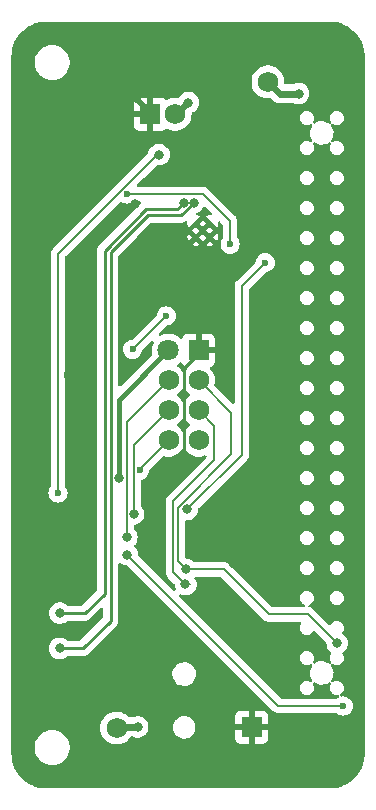
<source format=gbr>
%TF.GenerationSoftware,KiCad,Pcbnew,7.0.9*%
%TF.CreationDate,2023-12-06T19:43:01+08:00*%
%TF.ProjectId,RPI_Pico_header_attiny84_with_solar_Test_Pads_r5,5250495f-5069-4636-9f5f-686561646572,rev?*%
%TF.SameCoordinates,Original*%
%TF.FileFunction,Copper,L2,Bot*%
%TF.FilePolarity,Positive*%
%FSLAX46Y46*%
G04 Gerber Fmt 4.6, Leading zero omitted, Abs format (unit mm)*
G04 Created by KiCad (PCBNEW 7.0.9) date 2023-12-06 19:43:01*
%MOMM*%
%LPD*%
G01*
G04 APERTURE LIST*
%TA.AperFunction,SMDPad,CuDef*%
%ADD10C,1.750000*%
%TD*%
%TA.AperFunction,ComponentPad*%
%ADD11C,0.400000*%
%TD*%
%TA.AperFunction,SMDPad,CuDef*%
%ADD12R,1.800000X1.800000*%
%TD*%
%TA.AperFunction,SMDPad,CuDef*%
%ADD13C,1.800000*%
%TD*%
%TA.AperFunction,ViaPad*%
%ADD14C,0.800000*%
%TD*%
%TA.AperFunction,ViaPad*%
%ADD15C,0.600000*%
%TD*%
%TA.AperFunction,Conductor*%
%ADD16C,0.250000*%
%TD*%
%TA.AperFunction,Conductor*%
%ADD17C,0.200000*%
%TD*%
%TA.AperFunction,Conductor*%
%ADD18C,0.600000*%
%TD*%
%TA.AperFunction,Conductor*%
%ADD19C,0.500000*%
%TD*%
%TA.AperFunction,Conductor*%
%ADD20C,0.400000*%
%TD*%
G04 APERTURE END LIST*
D10*
%TO.P,,1*%
%TO.N,N/C*%
X170730000Y-109960000D03*
%TD*%
%TO.P,,1*%
%TO.N,N/C*%
X168190000Y-107420000D03*
%TD*%
%TO.P,,1*%
%TO.N,N/C*%
X168190000Y-109960000D03*
%TD*%
%TO.P,,1*%
%TO.N,VccBattery*%
X168760000Y-82370000D03*
%TD*%
%TO.P,,1*%
%TO.N,N/C*%
X168190000Y-104880000D03*
%TD*%
%TO.P,,1*%
%TO.N,N/C*%
X170730000Y-107420000D03*
%TD*%
%TO.P,,1*%
%TO.N,N/C*%
X170730000Y-104880000D03*
%TD*%
D11*
%TO.P,U3,18*%
%TO.N,GND*%
X171080000Y-92205000D03*
%TO.P,U3,19*%
X170500000Y-92785000D03*
%TO.P,U3,20*%
X170500000Y-91625000D03*
%TO.P,U3,21*%
X171660000Y-92785000D03*
%TO.P,U3,22*%
X171660000Y-91625000D03*
%TD*%
D10*
%TO.P,,1*%
%TO.N,5v2RPi*%
X176605000Y-79620000D03*
%TD*%
D12*
%TO.P,,1*%
%TO.N,GND*%
X166660000Y-82360000D03*
%TD*%
D10*
%TO.P,,1*%
%TO.N,VccSolar*%
X163790000Y-134330000D03*
%TD*%
D12*
%TO.P,REF\u002A\u002A,1*%
%TO.N,GND*%
X175220000Y-134280000D03*
%TD*%
%TO.P,REF\u002A\u002A,1*%
%TO.N,GND*%
X170730000Y-102340000D03*
%TD*%
D13*
%TO.P,REF\u002A\u002A,1*%
%TO.N,3v_to_ATtiny*%
X168180000Y-102350000D03*
%TD*%
D14*
%TO.N,*%
X170310000Y-89839500D03*
D15*
X158830000Y-114430000D03*
D14*
X182460000Y-127150000D03*
X165240000Y-116220000D03*
X167380000Y-85780000D03*
X169620000Y-122175000D03*
D15*
X165760500Y-112500000D03*
X164680000Y-89112500D03*
D14*
X158970000Y-127580000D03*
X164700000Y-119650000D03*
D15*
X173405122Y-93374878D03*
D14*
X169770000Y-115815000D03*
X158980000Y-124610000D03*
D15*
X176370000Y-94940000D03*
D14*
X169467973Y-89839500D03*
X164670000Y-118190000D03*
X169650000Y-120905000D03*
D15*
X182980000Y-132470000D03*
D14*
%TO.N,5v2RPi*%
X179200000Y-80610000D03*
D15*
%TO.N,GND*%
X183720000Y-122060000D03*
D14*
X165780000Y-93450000D03*
X159960000Y-113120000D03*
X165290000Y-99760000D03*
X156410000Y-119190000D03*
X171520000Y-97882000D03*
X156470000Y-122130000D03*
D15*
X178420000Y-111910000D03*
D14*
X173000000Y-97919500D03*
X167170000Y-95190000D03*
X176440000Y-88950000D03*
D15*
X183890000Y-96860000D03*
X161750000Y-87280000D03*
D14*
X165400000Y-81010000D03*
D15*
X174530000Y-94982500D03*
X159580000Y-104440000D03*
D14*
X178450000Y-94050000D03*
X173470000Y-126920000D03*
X182520000Y-76290498D03*
X177020000Y-75940000D03*
X183710000Y-86490000D03*
X175240000Y-132220000D03*
D15*
X183690000Y-104430000D03*
D14*
X168150000Y-113755000D03*
D15*
X183680000Y-116980000D03*
D14*
X165360000Y-89930000D03*
X170340000Y-86720000D03*
%TO.N,VccSolar*%
X165580000Y-134230000D03*
%TO.N,VccBattery*%
X169860000Y-81380000D03*
D15*
%TO.N,VccBQ*%
X165150000Y-102260000D03*
X167990000Y-99440000D03*
D14*
%TO.N,3v_to_ATtiny*%
X163970000Y-113140000D03*
%TD*%
D16*
%TO.N,*%
X163310000Y-94060000D02*
X163310000Y-125230000D01*
D17*
X169770000Y-115815000D02*
X174400000Y-111185000D01*
X169650000Y-120905000D02*
X169650000Y-120900000D01*
D16*
X168877473Y-90430000D02*
X166250000Y-90430000D01*
D17*
X173500000Y-107650000D02*
X170730000Y-104880000D01*
X172845000Y-120905000D02*
X169650000Y-120905000D01*
X164680000Y-89112500D02*
X164697500Y-89130000D01*
D16*
X169467973Y-89839500D02*
X168877473Y-90430000D01*
D17*
X168580000Y-121150000D02*
X168580000Y-115110000D01*
X168580000Y-115110000D02*
X172040000Y-111650000D01*
X165240000Y-116220000D02*
X165240000Y-110370000D01*
X174390000Y-96920000D02*
X176370000Y-94940000D01*
X165760500Y-112500000D02*
X165760000Y-112499500D01*
D16*
X162770000Y-93910000D02*
X162770000Y-122952500D01*
D17*
X182960000Y-132450000D02*
X182980000Y-132470000D01*
D16*
X169239500Y-90910000D02*
X166460000Y-90910000D01*
D17*
X165760000Y-112499500D02*
X165760000Y-112390000D01*
X172040000Y-111650000D02*
X172040000Y-108730000D01*
D16*
X161112500Y-124610000D02*
X158980000Y-124610000D01*
D17*
X174390000Y-111175000D02*
X174390000Y-96920000D01*
X167220000Y-85780000D02*
X167380000Y-85780000D01*
X164697500Y-89130000D02*
X171110000Y-89130000D01*
X158830000Y-114430000D02*
X158830000Y-94170000D01*
D16*
X166460000Y-90910000D02*
X163310000Y-94060000D01*
D17*
X169605000Y-122175000D02*
X168580000Y-121150000D01*
X169620000Y-122175000D02*
X169605000Y-122175000D01*
X165240000Y-110370000D02*
X168190000Y-107420000D01*
X169620000Y-122175000D02*
X169985000Y-122175000D01*
X177500000Y-132450000D02*
X182960000Y-132450000D01*
X182460000Y-127150000D02*
X180030000Y-124720000D01*
X173405122Y-91425122D02*
X173405122Y-93374878D01*
X164670000Y-118190000D02*
X164670000Y-108400000D01*
X168970000Y-115680000D02*
X173500000Y-111150000D01*
X176660000Y-124720000D02*
X172845000Y-120905000D01*
X174400000Y-111185000D02*
X174390000Y-111175000D01*
X158830000Y-94170000D02*
X167220000Y-85780000D01*
D16*
X166250000Y-90430000D02*
X162770000Y-93910000D01*
D17*
X173500000Y-111150000D02*
X173500000Y-107650000D01*
X164670000Y-108400000D02*
X168190000Y-104880000D01*
X170730000Y-107420000D02*
X172040000Y-108730000D01*
X169650000Y-120900000D02*
X168970000Y-120220000D01*
D16*
X170310000Y-89839500D02*
X169239500Y-90910000D01*
D17*
X169650000Y-120905000D02*
X169665000Y-120905000D01*
D16*
X162770000Y-122952500D02*
X161112500Y-124610000D01*
X160960000Y-127580000D02*
X158970000Y-127580000D01*
D17*
X165760000Y-112390000D02*
X168190000Y-109960000D01*
X171110000Y-89130000D02*
X173405122Y-91425122D01*
X168970000Y-120220000D02*
X168970000Y-115680000D01*
D16*
X163310000Y-125230000D02*
X160960000Y-127580000D01*
D17*
X180030000Y-124720000D02*
X176660000Y-124720000D01*
X164700000Y-119650000D02*
X177500000Y-132450000D01*
D18*
%TO.N,5v2RPi*%
X177595000Y-80610000D02*
X176605000Y-79620000D01*
X179200000Y-80610000D02*
X177595000Y-80610000D01*
D19*
%TO.N,GND*%
X175240000Y-132220000D02*
X175240000Y-134260000D01*
D16*
X170730000Y-102560000D02*
X169480000Y-103810000D01*
X170730000Y-102340000D02*
X170730000Y-102560000D01*
X170500000Y-92785000D02*
X171080000Y-92205000D01*
D17*
X166660000Y-82360000D02*
X166660000Y-82270000D01*
D16*
X171660000Y-91625000D02*
X171080000Y-92205000D01*
X169480000Y-112425000D02*
X168150000Y-113755000D01*
X169480000Y-103810000D02*
X169480000Y-112425000D01*
D19*
X175240000Y-134260000D02*
X175220000Y-134280000D01*
X166660000Y-82270000D02*
X165400000Y-81010000D01*
D16*
X171080000Y-92205000D02*
X171660000Y-92785000D01*
X171080000Y-92205000D02*
X170500000Y-91625000D01*
D18*
%TO.N,VccSolar*%
X163890000Y-134230000D02*
X163790000Y-134330000D01*
X165580000Y-134230000D02*
X163890000Y-134230000D01*
D19*
%TO.N,VccBattery*%
X169860000Y-81380000D02*
X168870000Y-82370000D01*
D17*
X168870000Y-82370000D02*
X168760000Y-82370000D01*
%TO.N,VccBQ*%
X165170000Y-102260000D02*
X165150000Y-102260000D01*
X167990000Y-99440000D02*
X165170000Y-102260000D01*
D20*
%TO.N,3v_to_ATtiny*%
X163970000Y-113140000D02*
X163970000Y-106560000D01*
X163970000Y-106560000D02*
X168180000Y-102350000D01*
%TD*%
%TA.AperFunction,Conductor*%
%TO.N,GND*%
G36*
X172608882Y-121533502D02*
G01*
X172629856Y-121550405D01*
X176198605Y-125119154D01*
X176204037Y-125125348D01*
X176226012Y-125153986D01*
X176255836Y-125176871D01*
X176255873Y-125176901D01*
X176351212Y-125250057D01*
X176353124Y-125251524D01*
X176501149Y-125312838D01*
X176520543Y-125315391D01*
X176620115Y-125328500D01*
X176620120Y-125328500D01*
X176660000Y-125333750D01*
X176695792Y-125329038D01*
X176704014Y-125328500D01*
X179314325Y-125328500D01*
X179382446Y-125348502D01*
X179428939Y-125402158D01*
X179439043Y-125472432D01*
X179414288Y-125531203D01*
X179388565Y-125564725D01*
X179329571Y-125707153D01*
X179309448Y-125860000D01*
X179329571Y-126012846D01*
X179388565Y-126155275D01*
X179482416Y-126277583D01*
X179604724Y-126371434D01*
X179694539Y-126408635D01*
X179747154Y-126430429D01*
X179861627Y-126445500D01*
X179861634Y-126445500D01*
X179938366Y-126445500D01*
X179938373Y-126445500D01*
X180052846Y-126430429D01*
X180142661Y-126393226D01*
X180195275Y-126371434D01*
X180317580Y-126277585D01*
X180317579Y-126277585D01*
X180317583Y-126277583D01*
X180407894Y-126159886D01*
X180465230Y-126118022D01*
X180536101Y-126113800D01*
X180596950Y-126147498D01*
X181509591Y-127060139D01*
X181543617Y-127122451D01*
X181546496Y-127149234D01*
X181546496Y-127149999D01*
X181566457Y-127339927D01*
X181582751Y-127390072D01*
X181625473Y-127521556D01*
X181625476Y-127521561D01*
X181720958Y-127686941D01*
X181720965Y-127686951D01*
X181848742Y-127828862D01*
X181848746Y-127828864D01*
X181848747Y-127828866D01*
X181913404Y-127875842D01*
X181931262Y-127888817D01*
X181974615Y-127945040D01*
X181980690Y-128015776D01*
X181957163Y-128067456D01*
X181928565Y-128104725D01*
X181869571Y-128247153D01*
X181849448Y-128400000D01*
X181869571Y-128552846D01*
X181928565Y-128695273D01*
X181931878Y-128701011D01*
X181948620Y-128770005D01*
X181925402Y-128837098D01*
X181869597Y-128880988D01*
X181798922Y-128887740D01*
X181750783Y-128867433D01*
X181653171Y-128799494D01*
X181468051Y-128720052D01*
X181468049Y-128720051D01*
X181468048Y-128720051D01*
X181270724Y-128679500D01*
X181119769Y-128679500D01*
X181119768Y-128679500D01*
X181119750Y-128679501D01*
X180969587Y-128694771D01*
X180777375Y-128755078D01*
X180601234Y-128852844D01*
X180595994Y-128856492D01*
X180594478Y-128854313D01*
X180540330Y-128878675D01*
X180470114Y-128868174D01*
X180416721Y-128821380D01*
X180397104Y-128753147D01*
X180410480Y-128703821D01*
X180408273Y-128702907D01*
X180436652Y-128634390D01*
X180470429Y-128552846D01*
X180490552Y-128400000D01*
X180470429Y-128247154D01*
X180448635Y-128194539D01*
X180411434Y-128104724D01*
X180317583Y-127982416D01*
X180195275Y-127888565D01*
X180052846Y-127829571D01*
X179938374Y-127814500D01*
X179938373Y-127814500D01*
X179861627Y-127814500D01*
X179861625Y-127814500D01*
X179747153Y-127829571D01*
X179604724Y-127888565D01*
X179482416Y-127982416D01*
X179388565Y-128104724D01*
X179329571Y-128247153D01*
X179309448Y-128400000D01*
X179329571Y-128552846D01*
X179388565Y-128695275D01*
X179482416Y-128817583D01*
X179604724Y-128911434D01*
X179694539Y-128948635D01*
X179747154Y-128970429D01*
X179861627Y-128985500D01*
X179861634Y-128985500D01*
X179938366Y-128985500D01*
X179938373Y-128985500D01*
X180052846Y-128970429D01*
X180187693Y-128914574D01*
X180195267Y-128911437D01*
X180195268Y-128911436D01*
X180195276Y-128911433D01*
X180195282Y-128911428D01*
X180199840Y-128908797D01*
X180268834Y-128892054D01*
X180335928Y-128915270D01*
X180379819Y-128971074D01*
X180386573Y-129041749D01*
X180362486Y-129095037D01*
X180325085Y-129143354D01*
X180325081Y-129143361D01*
X180236367Y-129324217D01*
X180236366Y-129324220D01*
X180185872Y-129519241D01*
X180185872Y-129519244D01*
X180175669Y-129720427D01*
X180206174Y-129919548D01*
X180206176Y-129919556D01*
X180244143Y-130022069D01*
X180276139Y-130108460D01*
X180366611Y-130253610D01*
X180385669Y-130322001D01*
X180364727Y-130389839D01*
X180310433Y-130435585D01*
X180240026Y-130444717D01*
X180202959Y-130431599D01*
X180202907Y-130431727D01*
X180200477Y-130430720D01*
X180196675Y-130429375D01*
X180195269Y-130428563D01*
X180052846Y-130369571D01*
X179938374Y-130354500D01*
X179938373Y-130354500D01*
X179861627Y-130354500D01*
X179861625Y-130354500D01*
X179747153Y-130369571D01*
X179604724Y-130428565D01*
X179482416Y-130522416D01*
X179388565Y-130644724D01*
X179329571Y-130787153D01*
X179309448Y-130940000D01*
X179329571Y-131092846D01*
X179388565Y-131235275D01*
X179482416Y-131357583D01*
X179604724Y-131451434D01*
X179694539Y-131488635D01*
X179747154Y-131510429D01*
X179861627Y-131525500D01*
X179861634Y-131525500D01*
X179938366Y-131525500D01*
X179938373Y-131525500D01*
X180052846Y-131510429D01*
X180142661Y-131473226D01*
X180195275Y-131451434D01*
X180317583Y-131357583D01*
X180411434Y-131235275D01*
X180433226Y-131182661D01*
X180470429Y-131092846D01*
X180490552Y-130940000D01*
X180470429Y-130787154D01*
X180443263Y-130721569D01*
X180411437Y-130644732D01*
X180411434Y-130644727D01*
X180411433Y-130644724D01*
X180411430Y-130644720D01*
X180408122Y-130638991D01*
X180391379Y-130569997D01*
X180414595Y-130502903D01*
X180470399Y-130459012D01*
X180541074Y-130452258D01*
X180589216Y-130472567D01*
X180686824Y-130540503D01*
X180686825Y-130540503D01*
X180686829Y-130540506D01*
X180871952Y-130619949D01*
X181069276Y-130660500D01*
X181069278Y-130660500D01*
X181220230Y-130660500D01*
X181220231Y-130660500D01*
X181370414Y-130645228D01*
X181562624Y-130584922D01*
X181738759Y-130487159D01*
X181738761Y-130487157D01*
X181738765Y-130487155D01*
X181744006Y-130483508D01*
X181745537Y-130485708D01*
X181799523Y-130461345D01*
X181869751Y-130471763D01*
X181923198Y-130518495D01*
X181942896Y-130586704D01*
X181929520Y-130636179D01*
X181931727Y-130637093D01*
X181869571Y-130787153D01*
X181849448Y-130940000D01*
X181869571Y-131092846D01*
X181928565Y-131235275D01*
X182022416Y-131357583D01*
X182144724Y-131451434D01*
X182234539Y-131488635D01*
X182287154Y-131510429D01*
X182401627Y-131525500D01*
X182401634Y-131525500D01*
X182478366Y-131525500D01*
X182478373Y-131525500D01*
X182520195Y-131519993D01*
X182590339Y-131530931D01*
X182643439Y-131578058D01*
X182662630Y-131646412D01*
X182641820Y-131714290D01*
X182603676Y-131751602D01*
X182491342Y-131822187D01*
X182424305Y-131841500D01*
X177804239Y-131841500D01*
X177736118Y-131821498D01*
X177715144Y-131804595D01*
X169127387Y-123216838D01*
X169093361Y-123154526D01*
X169098426Y-123083711D01*
X169140973Y-123026875D01*
X169207493Y-123002064D01*
X169267728Y-123012635D01*
X169337712Y-123043794D01*
X169524513Y-123083500D01*
X169715487Y-123083500D01*
X169902288Y-123043794D01*
X170076752Y-122966118D01*
X170231253Y-122853866D01*
X170231255Y-122853864D01*
X170359036Y-122711949D01*
X170359037Y-122711946D01*
X170359040Y-122711944D01*
X170414880Y-122615223D01*
X170419454Y-122608377D01*
X170476659Y-122533829D01*
X170516521Y-122481881D01*
X170516521Y-122481878D01*
X170516524Y-122481876D01*
X170577838Y-122333850D01*
X170598751Y-122175000D01*
X170577838Y-122016150D01*
X170516524Y-121868125D01*
X170419454Y-121741622D01*
X170414884Y-121734782D01*
X170405802Y-121719050D01*
X170396245Y-121702496D01*
X170379509Y-121633501D01*
X170402732Y-121566409D01*
X170458540Y-121522524D01*
X170505366Y-121513500D01*
X172540761Y-121513500D01*
X172608882Y-121533502D01*
G37*
%TD.AperFunction*%
%TA.AperFunction,Conductor*%
G36*
X169543225Y-110681377D02*
G01*
X169565478Y-110707057D01*
X169634482Y-110812676D01*
X169789769Y-110981363D01*
X169970704Y-111122190D01*
X170172350Y-111231315D01*
X170172351Y-111231315D01*
X170172352Y-111231316D01*
X170240809Y-111254817D01*
X170389207Y-111305762D01*
X170615360Y-111343500D01*
X170615364Y-111343500D01*
X170844636Y-111343500D01*
X170844640Y-111343500D01*
X171070793Y-111305762D01*
X171245334Y-111245841D01*
X171316257Y-111242642D01*
X171377653Y-111278294D01*
X171410027Y-111341479D01*
X171403102Y-111412137D01*
X171375340Y-111454110D01*
X168180852Y-114648598D01*
X168174651Y-114654036D01*
X168146011Y-114676014D01*
X168120460Y-114709311D01*
X168120440Y-114709339D01*
X168048473Y-114803127D01*
X167989209Y-114946209D01*
X167987161Y-114951150D01*
X167978411Y-115017617D01*
X167971500Y-115070115D01*
X167971500Y-115070120D01*
X167971500Y-115070121D01*
X167966250Y-115109999D01*
X167966250Y-115110000D01*
X167970960Y-115145779D01*
X167971500Y-115154011D01*
X167971500Y-121105988D01*
X167970960Y-121114219D01*
X167966250Y-121149998D01*
X167966250Y-121150002D01*
X167971255Y-121188020D01*
X167971257Y-121188041D01*
X167971500Y-121189885D01*
X167984608Y-121289456D01*
X167987162Y-121308851D01*
X168048475Y-121456874D01*
X168048480Y-121456882D01*
X168121525Y-121552074D01*
X168146014Y-121583988D01*
X168174651Y-121605962D01*
X168180844Y-121611393D01*
X168437573Y-121868122D01*
X168670487Y-122101036D01*
X168704513Y-122163348D01*
X168706702Y-122176961D01*
X168726457Y-122364927D01*
X168781338Y-122533829D01*
X168783366Y-122604797D01*
X168746703Y-122665595D01*
X168682991Y-122696920D01*
X168612458Y-122688828D01*
X168572410Y-122661861D01*
X165650409Y-119739860D01*
X165616383Y-119677548D01*
X165613504Y-119650765D01*
X165613504Y-119650001D01*
X165593542Y-119460072D01*
X165534527Y-119278444D01*
X165439040Y-119113056D01*
X165439038Y-119113054D01*
X165439034Y-119113048D01*
X165326125Y-118987650D01*
X165295407Y-118923643D01*
X165304172Y-118853189D01*
X165326121Y-118819034D01*
X165409040Y-118726944D01*
X165504527Y-118561556D01*
X165563542Y-118379928D01*
X165583504Y-118190000D01*
X165563542Y-118000072D01*
X165504527Y-117818444D01*
X165409040Y-117653056D01*
X165310863Y-117544019D01*
X165280146Y-117480012D01*
X165278500Y-117459709D01*
X165278500Y-117242646D01*
X165298502Y-117174525D01*
X165352158Y-117128032D01*
X165378301Y-117119399D01*
X165522288Y-117088794D01*
X165696752Y-117011118D01*
X165851253Y-116898866D01*
X165851255Y-116898864D01*
X165979034Y-116756951D01*
X165979035Y-116756949D01*
X165979040Y-116756944D01*
X166074527Y-116591556D01*
X166133542Y-116409928D01*
X166153504Y-116220000D01*
X166133542Y-116030072D01*
X166074527Y-115848444D01*
X165979040Y-115683056D01*
X165880863Y-115574019D01*
X165850146Y-115510012D01*
X165848500Y-115489709D01*
X165848500Y-113414935D01*
X165868502Y-113346814D01*
X165922158Y-113300321D01*
X165935014Y-113295971D01*
X165934868Y-113295554D01*
X165941547Y-113293217D01*
X166113515Y-113233043D01*
X166267781Y-113136111D01*
X166396611Y-113007281D01*
X166493543Y-112853015D01*
X166553717Y-112681047D01*
X166574116Y-112500000D01*
X166574116Y-112499997D01*
X166574116Y-112492924D01*
X166576268Y-112492924D01*
X166586717Y-112433241D01*
X166610582Y-112399965D01*
X167686080Y-111324467D01*
X167748390Y-111290443D01*
X167816084Y-111294390D01*
X167849207Y-111305762D01*
X168075360Y-111343500D01*
X168075364Y-111343500D01*
X168304636Y-111343500D01*
X168304640Y-111343500D01*
X168530793Y-111305762D01*
X168747650Y-111231315D01*
X168949296Y-111122190D01*
X169130231Y-110981363D01*
X169285518Y-110812676D01*
X169354519Y-110707061D01*
X169408520Y-110660976D01*
X169478868Y-110651400D01*
X169543225Y-110681377D01*
G37*
%TD.AperFunction*%
%TA.AperFunction,Conductor*%
G36*
X169543225Y-108141377D02*
G01*
X169565478Y-108167057D01*
X169634482Y-108272676D01*
X169789769Y-108441363D01*
X169970704Y-108582190D01*
X169970706Y-108582191D01*
X169970710Y-108582194D01*
X169974265Y-108584517D01*
X170020354Y-108638521D01*
X170029929Y-108708868D01*
X169999952Y-108773226D01*
X169974265Y-108795483D01*
X169970710Y-108797805D01*
X169789766Y-108938639D01*
X169634481Y-109107324D01*
X169565483Y-109212935D01*
X169511479Y-109259023D01*
X169441131Y-109268598D01*
X169376774Y-109238621D01*
X169354517Y-109212935D01*
X169285518Y-109107324D01*
X169130233Y-108938639D01*
X169130232Y-108938638D01*
X169130231Y-108938637D01*
X168949296Y-108797810D01*
X168949294Y-108797808D01*
X168949289Y-108797805D01*
X168945735Y-108795483D01*
X168899646Y-108741479D01*
X168890071Y-108671132D01*
X168920048Y-108606774D01*
X168945735Y-108584517D01*
X168949289Y-108582194D01*
X168949289Y-108582193D01*
X168949296Y-108582190D01*
X169130231Y-108441363D01*
X169285518Y-108272676D01*
X169354519Y-108167061D01*
X169408520Y-108120976D01*
X169478868Y-108111400D01*
X169543225Y-108141377D01*
G37*
%TD.AperFunction*%
%TA.AperFunction,Conductor*%
G36*
X169543225Y-105601377D02*
G01*
X169565478Y-105627057D01*
X169634482Y-105732676D01*
X169789769Y-105901363D01*
X169970704Y-106042190D01*
X169970706Y-106042191D01*
X169970710Y-106042194D01*
X169974265Y-106044517D01*
X170020354Y-106098521D01*
X170029929Y-106168868D01*
X169999952Y-106233226D01*
X169974265Y-106255483D01*
X169970710Y-106257805D01*
X169789766Y-106398639D01*
X169634481Y-106567324D01*
X169565483Y-106672935D01*
X169511479Y-106719023D01*
X169441131Y-106728598D01*
X169376774Y-106698621D01*
X169354517Y-106672935D01*
X169285518Y-106567324D01*
X169130233Y-106398639D01*
X169130232Y-106398638D01*
X169130231Y-106398637D01*
X168949296Y-106257810D01*
X168949294Y-106257808D01*
X168949289Y-106257805D01*
X168945735Y-106255483D01*
X168899646Y-106201479D01*
X168890071Y-106131132D01*
X168920048Y-106066774D01*
X168945735Y-106044517D01*
X168949289Y-106042194D01*
X168949289Y-106042193D01*
X168949296Y-106042190D01*
X169130231Y-105901363D01*
X169285518Y-105732676D01*
X169354519Y-105627061D01*
X169408520Y-105580976D01*
X169478868Y-105571400D01*
X169543225Y-105601377D01*
G37*
%TD.AperFunction*%
%TA.AperFunction,Conductor*%
G36*
X169276946Y-103346779D02*
G01*
X169335494Y-103386938D01*
X169355892Y-103422523D01*
X169379553Y-103485961D01*
X169379555Y-103485965D01*
X169467095Y-103602904D01*
X169584033Y-103690443D01*
X169676833Y-103725056D01*
X169733668Y-103767603D01*
X169758479Y-103834123D01*
X169743387Y-103903498D01*
X169725502Y-103928449D01*
X169634481Y-104027324D01*
X169565483Y-104132935D01*
X169511479Y-104179023D01*
X169441131Y-104188598D01*
X169376774Y-104158621D01*
X169354517Y-104132935D01*
X169285518Y-104027324D01*
X169130233Y-103858639D01*
X169130232Y-103858638D01*
X169130231Y-103858637D01*
X168960305Y-103726378D01*
X168918835Y-103668755D01*
X168915101Y-103597856D01*
X168950291Y-103536194D01*
X168960298Y-103527522D01*
X169137220Y-103389818D01*
X169145131Y-103381223D01*
X169205982Y-103344649D01*
X169276946Y-103346779D01*
G37*
%TD.AperFunction*%
%TA.AperFunction,Conductor*%
G36*
X181841628Y-74520585D02*
G01*
X182146060Y-74536539D01*
X182152609Y-74537228D01*
X182279699Y-74557357D01*
X182452055Y-74584655D01*
X182458506Y-74586027D01*
X182751349Y-74664494D01*
X182757612Y-74666528D01*
X183040668Y-74775184D01*
X183046668Y-74777855D01*
X183316813Y-74915501D01*
X183322521Y-74918798D01*
X183576784Y-75083918D01*
X183582112Y-75087789D01*
X183817729Y-75278587D01*
X183822617Y-75282988D01*
X184037010Y-75497381D01*
X184041413Y-75502271D01*
X184232208Y-75737883D01*
X184236081Y-75743215D01*
X184401201Y-75997478D01*
X184404501Y-76003192D01*
X184542140Y-76273323D01*
X184544819Y-76279340D01*
X184631250Y-76504500D01*
X184653466Y-76562374D01*
X184655505Y-76568650D01*
X184733972Y-76861493D01*
X184735344Y-76867947D01*
X184782771Y-77167390D01*
X184783461Y-77173953D01*
X184799414Y-77478372D01*
X184799500Y-77481643D01*
X184799500Y-136478356D01*
X184799414Y-136481628D01*
X184790820Y-136645635D01*
X184783461Y-136786046D01*
X184782771Y-136792609D01*
X184735344Y-137092052D01*
X184733972Y-137098506D01*
X184655505Y-137391349D01*
X184653466Y-137397625D01*
X184544824Y-137680648D01*
X184542140Y-137686676D01*
X184404501Y-137956807D01*
X184401201Y-137962521D01*
X184236081Y-138216784D01*
X184232203Y-138222122D01*
X184041416Y-138457724D01*
X184037001Y-138462628D01*
X183822628Y-138677001D01*
X183817724Y-138681416D01*
X183582122Y-138872203D01*
X183576784Y-138876081D01*
X183322521Y-139041201D01*
X183316807Y-139044501D01*
X183046676Y-139182140D01*
X183040651Y-139184822D01*
X182899136Y-139239145D01*
X182757625Y-139293466D01*
X182751349Y-139295505D01*
X182458506Y-139373972D01*
X182452052Y-139375344D01*
X182152609Y-139422771D01*
X182146046Y-139423461D01*
X182062964Y-139427815D01*
X181841628Y-139439414D01*
X181838356Y-139439500D01*
X157841644Y-139439500D01*
X157838371Y-139439414D01*
X157603898Y-139427126D01*
X157533953Y-139423461D01*
X157527390Y-139422771D01*
X157227947Y-139375344D01*
X157221493Y-139373972D01*
X156928650Y-139295505D01*
X156922374Y-139293466D01*
X156639340Y-139184819D01*
X156633323Y-139182140D01*
X156363192Y-139044501D01*
X156357478Y-139041201D01*
X156103215Y-138876081D01*
X156097883Y-138872208D01*
X155862271Y-138681413D01*
X155857381Y-138677010D01*
X155642988Y-138462617D01*
X155638583Y-138457724D01*
X155447789Y-138222112D01*
X155443918Y-138216784D01*
X155278798Y-137962521D01*
X155275498Y-137956807D01*
X155137855Y-137686668D01*
X155135184Y-137680668D01*
X155026528Y-137397612D01*
X155024494Y-137391349D01*
X154959387Y-137148368D01*
X154946026Y-137098505D01*
X154944655Y-137092052D01*
X154897228Y-136792609D01*
X154896539Y-136786060D01*
X154880585Y-136481628D01*
X154880500Y-136478356D01*
X154880500Y-136102263D01*
X156864500Y-136102263D01*
X156889677Y-136253142D01*
X156904747Y-136343452D01*
X156904749Y-136343459D01*
X156984143Y-136574730D01*
X156984144Y-136574732D01*
X157100526Y-136789787D01*
X157100527Y-136789788D01*
X157250724Y-136982760D01*
X157430622Y-137148368D01*
X157509602Y-137199967D01*
X157635333Y-137282111D01*
X157859264Y-137380336D01*
X157859265Y-137380336D01*
X157859267Y-137380337D01*
X157927536Y-137397625D01*
X158096308Y-137440364D01*
X158258824Y-137453830D01*
X158278969Y-137455500D01*
X158278971Y-137455500D01*
X158401031Y-137455500D01*
X158420122Y-137453917D01*
X158583692Y-137440364D01*
X158820736Y-137380336D01*
X159044667Y-137282111D01*
X159249377Y-137148368D01*
X159310552Y-137092052D01*
X159429275Y-136982760D01*
X159429276Y-136982758D01*
X159429281Y-136982754D01*
X159579473Y-136789788D01*
X159695855Y-136574733D01*
X159775252Y-136343455D01*
X159815500Y-136102263D01*
X159815500Y-135857737D01*
X159775252Y-135616545D01*
X159732561Y-135492189D01*
X159695856Y-135385269D01*
X159695855Y-135385267D01*
X159579473Y-135170212D01*
X159579472Y-135170211D01*
X159443036Y-134994919D01*
X159429281Y-134977246D01*
X159429279Y-134977244D01*
X159429275Y-134977239D01*
X159249377Y-134811631D01*
X159128487Y-134732651D01*
X159044667Y-134677889D01*
X159044661Y-134677886D01*
X159044657Y-134677884D01*
X158820739Y-134579665D01*
X158820732Y-134579662D01*
X158583699Y-134519637D01*
X158583694Y-134519636D01*
X158583692Y-134519636D01*
X158452718Y-134508783D01*
X158401031Y-134504500D01*
X158401029Y-134504500D01*
X158278971Y-134504500D01*
X158278969Y-134504500D01*
X158218944Y-134509474D01*
X158096308Y-134519636D01*
X158096306Y-134519636D01*
X158096300Y-134519637D01*
X157859267Y-134579662D01*
X157859260Y-134579665D01*
X157635342Y-134677884D01*
X157635330Y-134677891D01*
X157430622Y-134811631D01*
X157250724Y-134977239D01*
X157100527Y-135170211D01*
X157100526Y-135170212D01*
X156984144Y-135385267D01*
X156984143Y-135385269D01*
X156904749Y-135616540D01*
X156904747Y-135616547D01*
X156894866Y-135675762D01*
X156864500Y-135857737D01*
X156864500Y-136102263D01*
X154880500Y-136102263D01*
X154880500Y-134330000D01*
X162401758Y-134330000D01*
X162408774Y-134414674D01*
X162420693Y-134558504D01*
X162476975Y-134780757D01*
X162476978Y-134780764D01*
X162569073Y-134990720D01*
X162569075Y-134990724D01*
X162569078Y-134990730D01*
X162610517Y-135054157D01*
X162693770Y-135181587D01*
X162694482Y-135182676D01*
X162849769Y-135351363D01*
X163030704Y-135492190D01*
X163232350Y-135601315D01*
X163232351Y-135601315D01*
X163232352Y-135601316D01*
X163276719Y-135616547D01*
X163449207Y-135675762D01*
X163675360Y-135713500D01*
X163675364Y-135713500D01*
X163904636Y-135713500D01*
X163904640Y-135713500D01*
X164130793Y-135675762D01*
X164347650Y-135601315D01*
X164549296Y-135492190D01*
X164730231Y-135351363D01*
X164885518Y-135182676D01*
X164942417Y-135095585D01*
X164996420Y-135049497D01*
X165047900Y-135038500D01*
X165135506Y-135038500D01*
X165186755Y-135049393D01*
X165297712Y-135098794D01*
X165484513Y-135138500D01*
X165675487Y-135138500D01*
X165862288Y-135098794D01*
X166036752Y-135021118D01*
X166191253Y-134908866D01*
X166278804Y-134811631D01*
X166319034Y-134766951D01*
X166319035Y-134766949D01*
X166319040Y-134766944D01*
X166414527Y-134601556D01*
X166473542Y-134419928D01*
X166484214Y-134318390D01*
X168565823Y-134318390D01*
X168581379Y-134419928D01*
X168595097Y-134509474D01*
X168657472Y-134677891D01*
X168662237Y-134690755D01*
X168718335Y-134780757D01*
X168764491Y-134854807D01*
X168897677Y-134994919D01*
X168897680Y-134994921D01*
X169056340Y-135105352D01*
X169056341Y-135105352D01*
X169056342Y-135105353D01*
X169233988Y-135181587D01*
X169423344Y-135220500D01*
X169423345Y-135220500D01*
X169568205Y-135220500D01*
X169568206Y-135220500D01*
X169712321Y-135205845D01*
X169896768Y-135147974D01*
X170065791Y-135054159D01*
X170065792Y-135054158D01*
X170065794Y-135054157D01*
X170119048Y-135008438D01*
X170212468Y-134928240D01*
X170330796Y-134775373D01*
X170415930Y-134601816D01*
X170433489Y-134534000D01*
X173812000Y-134534000D01*
X173812000Y-135228597D01*
X173818505Y-135289093D01*
X173869555Y-135425964D01*
X173869555Y-135425965D01*
X173957095Y-135542904D01*
X174074034Y-135630444D01*
X174210906Y-135681494D01*
X174271402Y-135687999D01*
X174271415Y-135688000D01*
X174966000Y-135688000D01*
X174966000Y-134534000D01*
X175474000Y-134534000D01*
X175474000Y-135688000D01*
X176168585Y-135688000D01*
X176168597Y-135687999D01*
X176229093Y-135681494D01*
X176365964Y-135630444D01*
X176365965Y-135630444D01*
X176482904Y-135542904D01*
X176570444Y-135425965D01*
X176570444Y-135425964D01*
X176621494Y-135289093D01*
X176627999Y-135228597D01*
X176628000Y-135228585D01*
X176628000Y-134534000D01*
X175474000Y-134534000D01*
X174966000Y-134534000D01*
X173812000Y-134534000D01*
X170433489Y-134534000D01*
X170464385Y-134414674D01*
X170464385Y-134414667D01*
X170464386Y-134414665D01*
X170473340Y-134238083D01*
X170474176Y-134221610D01*
X170444903Y-134030526D01*
X170443227Y-134026000D01*
X173812000Y-134026000D01*
X174966000Y-134026000D01*
X174966000Y-132872000D01*
X175474000Y-132872000D01*
X175474000Y-134026000D01*
X176628000Y-134026000D01*
X176628000Y-133331414D01*
X176627999Y-133331402D01*
X176621494Y-133270906D01*
X176570444Y-133134035D01*
X176570444Y-133134034D01*
X176482904Y-133017095D01*
X176365965Y-132929555D01*
X176229093Y-132878505D01*
X176168597Y-132872000D01*
X175474000Y-132872000D01*
X174966000Y-132872000D01*
X174271402Y-132872000D01*
X174210906Y-132878505D01*
X174074035Y-132929555D01*
X174074034Y-132929555D01*
X173957095Y-133017095D01*
X173869555Y-133134034D01*
X173869555Y-133134035D01*
X173818505Y-133270906D01*
X173812000Y-133331402D01*
X173812000Y-134026000D01*
X170443227Y-134026000D01*
X170377764Y-133849247D01*
X170275509Y-133685193D01*
X170142323Y-133545081D01*
X170142319Y-133545078D01*
X169983659Y-133434647D01*
X169806010Y-133358412D01*
X169665632Y-133329564D01*
X169616656Y-133319500D01*
X169471794Y-133319500D01*
X169471793Y-133319500D01*
X169471775Y-133319501D01*
X169327683Y-133334154D01*
X169327680Y-133334154D01*
X169327679Y-133334155D01*
X169277709Y-133349833D01*
X169143233Y-133392025D01*
X168974205Y-133485842D01*
X168827538Y-133611754D01*
X168827536Y-133611756D01*
X168827532Y-133611760D01*
X168764603Y-133693058D01*
X168709201Y-133764631D01*
X168624071Y-133938182D01*
X168624069Y-133938186D01*
X168575614Y-134125330D01*
X168575613Y-134125334D01*
X168565823Y-134318390D01*
X166484214Y-134318390D01*
X166493504Y-134230000D01*
X166473542Y-134040072D01*
X166414527Y-133858444D01*
X166319040Y-133693056D01*
X166319038Y-133693054D01*
X166319034Y-133693048D01*
X166191255Y-133551135D01*
X166036752Y-133438882D01*
X165862288Y-133361206D01*
X165675487Y-133321500D01*
X165484513Y-133321500D01*
X165297711Y-133361206D01*
X165186755Y-133410607D01*
X165135506Y-133421500D01*
X164889397Y-133421500D01*
X164821276Y-133401498D01*
X164796696Y-133380837D01*
X164730236Y-133308642D01*
X164730234Y-133308640D01*
X164730231Y-133308637D01*
X164549296Y-133167810D01*
X164549295Y-133167809D01*
X164435286Y-133106111D01*
X164347650Y-133058685D01*
X164347648Y-133058684D01*
X164347647Y-133058683D01*
X164130797Y-132984239D01*
X164130788Y-132984237D01*
X164085821Y-132976733D01*
X163904640Y-132946500D01*
X163675360Y-132946500D01*
X163524412Y-132971688D01*
X163449211Y-132984237D01*
X163449202Y-132984239D01*
X163232352Y-133058683D01*
X163232350Y-133058685D01*
X163030704Y-133167809D01*
X163030703Y-133167810D01*
X162849766Y-133308639D01*
X162694479Y-133477327D01*
X162569080Y-133669267D01*
X162569073Y-133669279D01*
X162476978Y-133879235D01*
X162476975Y-133879242D01*
X162420693Y-134101495D01*
X162420692Y-134101501D01*
X162420692Y-134101503D01*
X162401758Y-134330000D01*
X154880500Y-134330000D01*
X154880500Y-129820935D01*
X168515630Y-129820935D01*
X168530739Y-129919556D01*
X168546444Y-130022071D01*
X168574712Y-130098397D01*
X168617111Y-130212881D01*
X168617115Y-130212889D01*
X168724744Y-130385566D01*
X168724754Y-130385579D01*
X168864936Y-130533048D01*
X168864941Y-130533053D01*
X168864944Y-130533055D01*
X169031952Y-130649296D01*
X169031953Y-130649297D01*
X169218938Y-130729539D01*
X169218941Y-130729539D01*
X169218942Y-130729540D01*
X169418259Y-130770500D01*
X169418260Y-130770500D01*
X169570741Y-130770500D01*
X169570742Y-130770500D01*
X169570743Y-130770499D01*
X169570760Y-130770499D01*
X169664833Y-130760931D01*
X169722438Y-130755074D01*
X169916588Y-130694159D01*
X170094502Y-130595409D01*
X170094503Y-130595408D01*
X170094505Y-130595407D01*
X170248890Y-130462870D01*
X170248895Y-130462866D01*
X170373448Y-130301958D01*
X170463060Y-130119271D01*
X170514063Y-129922285D01*
X170524369Y-129719064D01*
X170493556Y-129517929D01*
X170422886Y-129327113D01*
X170363319Y-129231546D01*
X170315255Y-129154433D01*
X170315245Y-129154420D01*
X170175063Y-129006951D01*
X170175061Y-129006949D01*
X170175059Y-129006947D01*
X170175055Y-129006944D01*
X170008047Y-128890703D01*
X170008046Y-128890702D01*
X169821061Y-128810460D01*
X169671570Y-128779740D01*
X169621741Y-128769500D01*
X169469258Y-128769500D01*
X169469239Y-128769500D01*
X169317566Y-128784925D01*
X169317563Y-128784925D01*
X169317562Y-128784926D01*
X169264965Y-128801428D01*
X169123413Y-128845840D01*
X168945494Y-128944592D01*
X168791109Y-129077129D01*
X168791102Y-129077136D01*
X168666555Y-129238036D01*
X168666550Y-129238044D01*
X168576941Y-129420723D01*
X168525936Y-129617719D01*
X168525936Y-129617722D01*
X168515630Y-129820935D01*
X154880500Y-129820935D01*
X154880500Y-114430000D01*
X158016384Y-114430000D01*
X158036783Y-114611047D01*
X158036783Y-114611049D01*
X158036784Y-114611050D01*
X158096957Y-114783015D01*
X158096958Y-114783018D01*
X158193887Y-114937279D01*
X158193888Y-114937281D01*
X158322718Y-115066111D01*
X158322720Y-115066112D01*
X158476981Y-115163041D01*
X158476982Y-115163041D01*
X158476985Y-115163043D01*
X158648953Y-115223217D01*
X158830000Y-115243616D01*
X159011047Y-115223217D01*
X159183015Y-115163043D01*
X159337281Y-115066111D01*
X159466111Y-114937281D01*
X159563043Y-114783015D01*
X159623217Y-114611047D01*
X159643616Y-114430000D01*
X159623217Y-114248953D01*
X159563043Y-114076985D01*
X159563041Y-114076982D01*
X159563041Y-114076981D01*
X159466116Y-113922725D01*
X159465992Y-113922570D01*
X159465943Y-113922450D01*
X159462347Y-113916727D01*
X159463349Y-113916097D01*
X159439155Y-113856841D01*
X159438500Y-113844006D01*
X159438500Y-94474238D01*
X159458502Y-94406117D01*
X159475400Y-94385148D01*
X164064341Y-89796206D01*
X164126651Y-89762182D01*
X164197466Y-89767247D01*
X164220470Y-89778616D01*
X164326981Y-89845541D01*
X164326982Y-89845541D01*
X164326985Y-89845543D01*
X164498953Y-89905717D01*
X164680000Y-89926116D01*
X164861047Y-89905717D01*
X165033015Y-89845543D01*
X165093172Y-89807744D01*
X165172638Y-89757813D01*
X165239674Y-89738500D01*
X165736206Y-89738500D01*
X165804327Y-89758502D01*
X165850820Y-89812158D01*
X165860924Y-89882432D01*
X165831430Y-89947012D01*
X165818480Y-89958897D01*
X165818672Y-89959101D01*
X165812894Y-89964526D01*
X165782818Y-90000880D01*
X165778823Y-90005271D01*
X162381336Y-93402757D01*
X162368901Y-93412721D01*
X162369089Y-93412948D01*
X162362980Y-93418001D01*
X162315016Y-93469078D01*
X162293866Y-93490227D01*
X162289560Y-93495777D01*
X162285714Y-93500279D01*
X162253417Y-93534674D01*
X162253411Y-93534683D01*
X162243651Y-93552435D01*
X162232803Y-93568950D01*
X162220386Y-93584958D01*
X162201645Y-93628264D01*
X162199034Y-93633594D01*
X162176305Y-93674939D01*
X162176303Y-93674944D01*
X162171267Y-93694559D01*
X162164864Y-93713262D01*
X162156819Y-93731852D01*
X162149437Y-93778456D01*
X162148233Y-93784268D01*
X162136500Y-93829968D01*
X162136500Y-93850223D01*
X162134949Y-93869933D01*
X162131780Y-93889942D01*
X162131780Y-93889943D01*
X162136220Y-93936917D01*
X162136500Y-93942850D01*
X162136500Y-122637905D01*
X162116498Y-122706026D01*
X162099595Y-122727000D01*
X160887000Y-123939595D01*
X160824688Y-123973621D01*
X160797905Y-123976500D01*
X159688200Y-123976500D01*
X159620079Y-123956498D01*
X159594563Y-123934810D01*
X159591252Y-123931133D01*
X159436752Y-123818882D01*
X159262288Y-123741206D01*
X159075487Y-123701500D01*
X158884513Y-123701500D01*
X158697711Y-123741206D01*
X158523247Y-123818882D01*
X158368744Y-123931135D01*
X158240965Y-124073048D01*
X158240958Y-124073058D01*
X158145476Y-124238438D01*
X158145473Y-124238444D01*
X158130999Y-124282986D01*
X158086457Y-124420072D01*
X158066496Y-124610000D01*
X158086457Y-124799927D01*
X158116526Y-124892470D01*
X158145473Y-124981556D01*
X158145476Y-124981561D01*
X158240958Y-125146941D01*
X158240965Y-125146951D01*
X158368744Y-125288864D01*
X158397878Y-125310031D01*
X158523248Y-125401118D01*
X158697712Y-125478794D01*
X158884513Y-125518500D01*
X159075487Y-125518500D01*
X159262288Y-125478794D01*
X159436752Y-125401118D01*
X159591253Y-125288866D01*
X159594563Y-125285190D01*
X159655009Y-125247950D01*
X159688200Y-125243500D01*
X161028647Y-125243500D01*
X161044488Y-125245249D01*
X161044516Y-125244956D01*
X161052402Y-125245700D01*
X161052409Y-125245702D01*
X161122458Y-125243500D01*
X161152356Y-125243500D01*
X161159318Y-125242619D01*
X161165219Y-125242154D01*
X161212389Y-125240673D01*
X161231847Y-125235019D01*
X161251194Y-125231013D01*
X161271297Y-125228474D01*
X161315179Y-125211099D01*
X161320774Y-125209183D01*
X161349316Y-125200891D01*
X161366091Y-125196019D01*
X161366095Y-125196017D01*
X161383526Y-125185708D01*
X161401280Y-125177009D01*
X161420117Y-125169552D01*
X161458286Y-125141818D01*
X161463244Y-125138562D01*
X161503862Y-125114542D01*
X161518185Y-125100218D01*
X161533224Y-125087374D01*
X161549607Y-125075472D01*
X161579693Y-125039103D01*
X161583661Y-125034741D01*
X162461408Y-124156994D01*
X162523717Y-124122972D01*
X162594533Y-124128037D01*
X162651368Y-124170584D01*
X162676179Y-124237104D01*
X162676500Y-124246093D01*
X162676500Y-124915405D01*
X162656498Y-124983526D01*
X162639595Y-125004500D01*
X160734500Y-126909595D01*
X160672188Y-126943621D01*
X160645405Y-126946500D01*
X159678200Y-126946500D01*
X159610079Y-126926498D01*
X159584563Y-126904810D01*
X159581252Y-126901133D01*
X159426752Y-126788882D01*
X159252288Y-126711206D01*
X159065487Y-126671500D01*
X158874513Y-126671500D01*
X158687711Y-126711206D01*
X158513247Y-126788882D01*
X158358744Y-126901135D01*
X158230965Y-127043048D01*
X158230958Y-127043058D01*
X158135476Y-127208438D01*
X158135473Y-127208445D01*
X158076457Y-127390072D01*
X158056496Y-127580000D01*
X158076457Y-127769927D01*
X158095608Y-127828866D01*
X158135473Y-127951556D01*
X158135476Y-127951561D01*
X158230958Y-128116941D01*
X158230965Y-128116951D01*
X158358744Y-128258864D01*
X158358747Y-128258866D01*
X158513248Y-128371118D01*
X158687712Y-128448794D01*
X158874513Y-128488500D01*
X159065487Y-128488500D01*
X159252288Y-128448794D01*
X159426752Y-128371118D01*
X159581253Y-128258866D01*
X159584563Y-128255190D01*
X159645009Y-128217950D01*
X159678200Y-128213500D01*
X160876147Y-128213500D01*
X160891988Y-128215249D01*
X160892016Y-128214956D01*
X160899902Y-128215700D01*
X160899909Y-128215702D01*
X160969958Y-128213500D01*
X160999856Y-128213500D01*
X161006818Y-128212619D01*
X161012719Y-128212154D01*
X161059889Y-128210673D01*
X161079347Y-128205019D01*
X161098694Y-128201013D01*
X161118797Y-128198474D01*
X161162679Y-128181099D01*
X161168274Y-128179183D01*
X161196816Y-128170891D01*
X161213591Y-128166019D01*
X161213595Y-128166017D01*
X161231026Y-128155708D01*
X161248780Y-128147009D01*
X161267617Y-128139552D01*
X161305786Y-128111818D01*
X161310744Y-128108562D01*
X161351362Y-128084542D01*
X161365685Y-128070218D01*
X161380724Y-128057374D01*
X161397107Y-128045472D01*
X161427193Y-128009103D01*
X161431161Y-128004741D01*
X163698660Y-125737243D01*
X163711098Y-125727280D01*
X163710910Y-125727053D01*
X163717013Y-125722002D01*
X163717018Y-125722000D01*
X163764983Y-125670921D01*
X163786135Y-125649770D01*
X163790445Y-125644212D01*
X163794274Y-125639729D01*
X163826586Y-125605321D01*
X163836346Y-125587565D01*
X163847195Y-125571050D01*
X163859614Y-125555041D01*
X163878363Y-125511710D01*
X163880953Y-125506423D01*
X163903695Y-125465060D01*
X163908733Y-125445434D01*
X163915137Y-125426732D01*
X163923180Y-125408147D01*
X163923179Y-125408147D01*
X163923181Y-125408145D01*
X163930561Y-125361547D01*
X163931762Y-125355740D01*
X163943500Y-125310030D01*
X163943500Y-125289775D01*
X163945051Y-125270063D01*
X163948220Y-125250057D01*
X163944538Y-125211104D01*
X163943780Y-125203080D01*
X163943500Y-125197148D01*
X163943500Y-120470626D01*
X163963502Y-120402505D01*
X164017158Y-120356012D01*
X164087432Y-120345908D01*
X164143557Y-120368687D01*
X164243248Y-120441118D01*
X164417712Y-120518794D01*
X164604513Y-120558500D01*
X164695761Y-120558500D01*
X164763882Y-120578502D01*
X164784856Y-120595405D01*
X177038605Y-132849154D01*
X177044037Y-132855348D01*
X177066012Y-132883986D01*
X177095836Y-132906871D01*
X177095873Y-132906901D01*
X177187594Y-132977281D01*
X177193124Y-132981524D01*
X177341149Y-133042838D01*
X177420574Y-133053294D01*
X177499999Y-133063751D01*
X177500000Y-133063751D01*
X177500001Y-133063751D01*
X177535789Y-133059040D01*
X177544020Y-133058500D01*
X182372917Y-133058500D01*
X182441038Y-133078502D01*
X182462012Y-133095405D01*
X182472718Y-133106111D01*
X182472720Y-133106112D01*
X182626981Y-133203041D01*
X182626982Y-133203041D01*
X182626985Y-133203043D01*
X182798953Y-133263217D01*
X182980000Y-133283616D01*
X183161047Y-133263217D01*
X183333015Y-133203043D01*
X183487281Y-133106111D01*
X183616111Y-132977281D01*
X183713043Y-132823015D01*
X183773217Y-132651047D01*
X183793616Y-132470000D01*
X183773217Y-132288953D01*
X183713043Y-132116985D01*
X183713041Y-132116982D01*
X183713041Y-132116981D01*
X183616112Y-131962720D01*
X183616111Y-131962718D01*
X183487281Y-131833888D01*
X183487279Y-131833887D01*
X183333018Y-131736958D01*
X183333015Y-131736957D01*
X183161050Y-131676784D01*
X183161049Y-131676783D01*
X183161047Y-131676783D01*
X182980000Y-131656384D01*
X182979999Y-131656384D01*
X182949957Y-131659768D01*
X182830480Y-131673230D01*
X182760550Y-131660982D01*
X182708342Y-131612869D01*
X182690433Y-131544168D01*
X182712510Y-131476691D01*
X182739665Y-131448064D01*
X182857583Y-131357583D01*
X182951433Y-131235276D01*
X182951432Y-131235276D01*
X182951434Y-131235275D01*
X182973226Y-131182661D01*
X183010429Y-131092846D01*
X183030552Y-130940000D01*
X183010429Y-130787154D01*
X182986564Y-130729539D01*
X182951434Y-130644724D01*
X182857583Y-130522416D01*
X182735275Y-130428565D01*
X182592846Y-130369571D01*
X182478374Y-130354500D01*
X182478373Y-130354500D01*
X182401627Y-130354500D01*
X182401625Y-130354500D01*
X182287153Y-130369571D01*
X182144724Y-130428566D01*
X182140148Y-130431208D01*
X182071152Y-130447944D01*
X182004061Y-130424722D01*
X181960175Y-130368913D01*
X181953429Y-130298238D01*
X181977512Y-130244963D01*
X182014917Y-130196641D01*
X182103634Y-130015780D01*
X182154127Y-129820763D01*
X182164330Y-129619573D01*
X182164046Y-129617722D01*
X182148960Y-129519244D01*
X182133825Y-129420448D01*
X182063861Y-129231540D01*
X181973387Y-129086387D01*
X181954330Y-129017998D01*
X181975272Y-128950160D01*
X182029565Y-128904414D01*
X182099972Y-128895282D01*
X182137039Y-128908401D01*
X182137093Y-128908273D01*
X182139535Y-128909284D01*
X182143328Y-128910627D01*
X182144727Y-128911435D01*
X182225036Y-128944699D01*
X182287154Y-128970429D01*
X182401627Y-128985500D01*
X182401634Y-128985500D01*
X182478366Y-128985500D01*
X182478373Y-128985500D01*
X182592846Y-128970429D01*
X182682661Y-128933226D01*
X182735275Y-128911434D01*
X182857583Y-128817583D01*
X182951434Y-128695275D01*
X182973226Y-128642661D01*
X183010429Y-128552846D01*
X183030552Y-128400000D01*
X183010429Y-128247154D01*
X182988635Y-128194539D01*
X182951434Y-128104724D01*
X182937155Y-128086116D01*
X182911554Y-128019896D01*
X182925819Y-127950347D01*
X182963056Y-127907476D01*
X182989082Y-127888567D01*
X183071253Y-127828866D01*
X183199040Y-127686944D01*
X183294527Y-127521556D01*
X183353542Y-127339928D01*
X183373504Y-127150000D01*
X183353542Y-126960072D01*
X183294527Y-126778444D01*
X183199040Y-126613056D01*
X183199038Y-126613054D01*
X183199034Y-126613048D01*
X183071255Y-126471135D01*
X182943349Y-126378206D01*
X182899995Y-126321984D01*
X182893920Y-126251248D01*
X182917447Y-126199567D01*
X182951433Y-126155276D01*
X183010429Y-126012846D01*
X183030552Y-125860000D01*
X183010429Y-125707154D01*
X182983392Y-125641880D01*
X182951434Y-125564724D01*
X182857583Y-125442416D01*
X182735275Y-125348565D01*
X182592846Y-125289571D01*
X182478374Y-125274500D01*
X182478373Y-125274500D01*
X182401627Y-125274500D01*
X182401625Y-125274500D01*
X182287153Y-125289571D01*
X182144724Y-125348565D01*
X182022418Y-125442415D01*
X181932106Y-125560111D01*
X181874768Y-125601978D01*
X181803897Y-125606199D01*
X181743049Y-125572501D01*
X181205267Y-125034719D01*
X180491390Y-124320841D01*
X180485963Y-124314653D01*
X180463987Y-124286013D01*
X180432074Y-124261525D01*
X180432072Y-124261523D01*
X180390649Y-124229738D01*
X180336882Y-124188480D01*
X180336874Y-124188475D01*
X180188851Y-124127162D01*
X180169456Y-124124608D01*
X180156557Y-124122909D01*
X180118180Y-124117857D01*
X180053253Y-124089134D01*
X180014162Y-124029869D01*
X180013317Y-123958877D01*
X180050988Y-123898699D01*
X180086407Y-123876527D01*
X180133053Y-123857206D01*
X180195275Y-123831434D01*
X180317583Y-123737583D01*
X180411434Y-123615275D01*
X180433226Y-123562661D01*
X180470429Y-123472846D01*
X180490552Y-123320000D01*
X181849448Y-123320000D01*
X181869571Y-123472846D01*
X181928565Y-123615275D01*
X182022416Y-123737583D01*
X182144724Y-123831434D01*
X182234539Y-123868635D01*
X182287154Y-123890429D01*
X182401627Y-123905500D01*
X182401634Y-123905500D01*
X182478366Y-123905500D01*
X182478373Y-123905500D01*
X182592846Y-123890429D01*
X182682661Y-123853226D01*
X182735275Y-123831434D01*
X182857583Y-123737583D01*
X182951434Y-123615275D01*
X182973226Y-123562661D01*
X183010429Y-123472846D01*
X183030552Y-123320000D01*
X183010429Y-123167154D01*
X182975779Y-123083500D01*
X182951434Y-123024724D01*
X182857583Y-122902416D01*
X182735275Y-122808565D01*
X182592846Y-122749571D01*
X182478374Y-122734500D01*
X182478373Y-122734500D01*
X182401627Y-122734500D01*
X182401625Y-122734500D01*
X182287153Y-122749571D01*
X182144724Y-122808565D01*
X182022416Y-122902416D01*
X181928565Y-123024724D01*
X181869571Y-123167153D01*
X181849448Y-123320000D01*
X180490552Y-123320000D01*
X180470429Y-123167154D01*
X180435779Y-123083500D01*
X180411434Y-123024724D01*
X180317583Y-122902416D01*
X180195275Y-122808565D01*
X180052846Y-122749571D01*
X179938374Y-122734500D01*
X179938373Y-122734500D01*
X179861627Y-122734500D01*
X179861625Y-122734500D01*
X179747153Y-122749571D01*
X179604724Y-122808565D01*
X179482416Y-122902416D01*
X179388565Y-123024724D01*
X179329571Y-123167153D01*
X179309448Y-123320000D01*
X179329571Y-123472846D01*
X179388565Y-123615275D01*
X179482416Y-123737583D01*
X179604725Y-123831434D01*
X179695638Y-123869091D01*
X179750920Y-123913639D01*
X179773341Y-123981002D01*
X179755783Y-124049793D01*
X179703821Y-124098172D01*
X179647421Y-124111500D01*
X176964239Y-124111500D01*
X176896118Y-124091498D01*
X176875144Y-124074595D01*
X175134397Y-122333848D01*
X173580549Y-120780000D01*
X179309448Y-120780000D01*
X179329571Y-120932846D01*
X179388565Y-121075275D01*
X179482416Y-121197583D01*
X179604724Y-121291434D01*
X179694539Y-121328635D01*
X179747154Y-121350429D01*
X179861627Y-121365500D01*
X179861634Y-121365500D01*
X179938366Y-121365500D01*
X179938373Y-121365500D01*
X180052846Y-121350429D01*
X180153225Y-121308851D01*
X180195275Y-121291434D01*
X180317583Y-121197583D01*
X180411434Y-121075275D01*
X180433226Y-121022661D01*
X180470429Y-120932846D01*
X180490552Y-120780000D01*
X181849448Y-120780000D01*
X181869571Y-120932846D01*
X181928565Y-121075275D01*
X182022416Y-121197583D01*
X182144724Y-121291434D01*
X182234539Y-121328635D01*
X182287154Y-121350429D01*
X182401627Y-121365500D01*
X182401634Y-121365500D01*
X182478366Y-121365500D01*
X182478373Y-121365500D01*
X182592846Y-121350429D01*
X182693225Y-121308851D01*
X182735275Y-121291434D01*
X182857583Y-121197583D01*
X182951434Y-121075275D01*
X182973226Y-121022661D01*
X183010429Y-120932846D01*
X183030552Y-120780000D01*
X183010429Y-120627154D01*
X182981992Y-120558500D01*
X182951434Y-120484724D01*
X182857583Y-120362416D01*
X182735275Y-120268565D01*
X182592846Y-120209571D01*
X182478374Y-120194500D01*
X182478373Y-120194500D01*
X182401627Y-120194500D01*
X182401625Y-120194500D01*
X182287153Y-120209571D01*
X182144724Y-120268565D01*
X182022416Y-120362416D01*
X181928565Y-120484724D01*
X181869571Y-120627153D01*
X181849448Y-120780000D01*
X180490552Y-120780000D01*
X180470429Y-120627154D01*
X180441992Y-120558500D01*
X180411434Y-120484724D01*
X180317583Y-120362416D01*
X180195275Y-120268565D01*
X180052846Y-120209571D01*
X179938374Y-120194500D01*
X179938373Y-120194500D01*
X179861627Y-120194500D01*
X179861625Y-120194500D01*
X179747153Y-120209571D01*
X179604724Y-120268565D01*
X179482416Y-120362416D01*
X179388565Y-120484724D01*
X179329571Y-120627153D01*
X179309448Y-120780000D01*
X173580549Y-120780000D01*
X173306390Y-120505841D01*
X173300963Y-120499653D01*
X173278987Y-120471013D01*
X173247074Y-120446525D01*
X173247072Y-120446523D01*
X173189707Y-120402505D01*
X173151882Y-120373480D01*
X173151874Y-120373475D01*
X173003851Y-120312162D01*
X172984456Y-120309608D01*
X172949202Y-120304967D01*
X172883041Y-120296257D01*
X172883020Y-120296255D01*
X172845002Y-120291250D01*
X172844999Y-120291250D01*
X172809219Y-120295960D01*
X172800988Y-120296500D01*
X170380710Y-120296500D01*
X170312589Y-120276498D01*
X170287074Y-120254810D01*
X170261255Y-120226135D01*
X170106752Y-120113882D01*
X169932288Y-120036206D01*
X169745487Y-119996500D01*
X169704500Y-119996500D01*
X169636379Y-119976498D01*
X169589886Y-119922842D01*
X169578500Y-119870500D01*
X169578500Y-118240000D01*
X179309448Y-118240000D01*
X179329571Y-118392846D01*
X179388565Y-118535275D01*
X179482416Y-118657583D01*
X179604724Y-118751434D01*
X179694539Y-118788635D01*
X179747154Y-118810429D01*
X179861627Y-118825500D01*
X179861634Y-118825500D01*
X179938366Y-118825500D01*
X179938373Y-118825500D01*
X180052846Y-118810429D01*
X180142661Y-118773226D01*
X180195275Y-118751434D01*
X180317583Y-118657583D01*
X180411434Y-118535275D01*
X180433226Y-118482661D01*
X180470429Y-118392846D01*
X180490552Y-118240000D01*
X181849448Y-118240000D01*
X181869571Y-118392846D01*
X181928565Y-118535275D01*
X182022416Y-118657583D01*
X182144724Y-118751434D01*
X182234539Y-118788635D01*
X182287154Y-118810429D01*
X182401627Y-118825500D01*
X182401634Y-118825500D01*
X182478366Y-118825500D01*
X182478373Y-118825500D01*
X182592846Y-118810429D01*
X182682661Y-118773226D01*
X182735275Y-118751434D01*
X182857583Y-118657583D01*
X182951434Y-118535275D01*
X182973226Y-118482661D01*
X183010429Y-118392846D01*
X183030552Y-118240000D01*
X183010429Y-118087154D01*
X182974359Y-118000072D01*
X182951434Y-117944724D01*
X182857583Y-117822416D01*
X182735275Y-117728565D01*
X182592846Y-117669571D01*
X182478374Y-117654500D01*
X182478373Y-117654500D01*
X182401627Y-117654500D01*
X182401625Y-117654500D01*
X182287153Y-117669571D01*
X182144724Y-117728565D01*
X182022416Y-117822416D01*
X181928565Y-117944724D01*
X181869571Y-118087153D01*
X181849448Y-118240000D01*
X180490552Y-118240000D01*
X180470429Y-118087154D01*
X180434359Y-118000072D01*
X180411434Y-117944724D01*
X180317583Y-117822416D01*
X180195275Y-117728565D01*
X180052846Y-117669571D01*
X179938374Y-117654500D01*
X179938373Y-117654500D01*
X179861627Y-117654500D01*
X179861625Y-117654500D01*
X179747153Y-117669571D01*
X179604724Y-117728565D01*
X179482416Y-117822416D01*
X179388565Y-117944724D01*
X179329571Y-118087153D01*
X179309448Y-118240000D01*
X169578500Y-118240000D01*
X169578500Y-116849500D01*
X169598502Y-116781379D01*
X169652158Y-116734886D01*
X169704500Y-116723500D01*
X169865487Y-116723500D01*
X170052288Y-116683794D01*
X170226752Y-116606118D01*
X170381253Y-116493866D01*
X170509040Y-116351944D01*
X170604527Y-116186556D01*
X170663542Y-116004928D01*
X170683504Y-115815000D01*
X170683504Y-115814998D01*
X170683504Y-115814234D01*
X170683629Y-115813807D01*
X170684194Y-115808433D01*
X170685176Y-115808536D01*
X170703506Y-115746113D01*
X170720409Y-115725139D01*
X170745548Y-115700000D01*
X179309448Y-115700000D01*
X179329571Y-115852846D01*
X179388565Y-115995275D01*
X179482416Y-116117583D01*
X179604724Y-116211434D01*
X179694539Y-116248635D01*
X179747154Y-116270429D01*
X179861627Y-116285500D01*
X179861634Y-116285500D01*
X179938366Y-116285500D01*
X179938373Y-116285500D01*
X180052846Y-116270429D01*
X180142661Y-116233226D01*
X180195275Y-116211434D01*
X180317583Y-116117583D01*
X180411434Y-115995275D01*
X180433226Y-115942661D01*
X180470429Y-115852846D01*
X180490552Y-115700000D01*
X181849448Y-115700000D01*
X181869571Y-115852846D01*
X181928565Y-115995275D01*
X182022416Y-116117583D01*
X182144724Y-116211434D01*
X182234539Y-116248635D01*
X182287154Y-116270429D01*
X182401627Y-116285500D01*
X182401634Y-116285500D01*
X182478366Y-116285500D01*
X182478373Y-116285500D01*
X182592846Y-116270429D01*
X182682661Y-116233226D01*
X182735275Y-116211434D01*
X182857583Y-116117583D01*
X182951434Y-115995275D01*
X182973226Y-115942661D01*
X183010429Y-115852846D01*
X183030552Y-115700000D01*
X183010429Y-115547154D01*
X182986635Y-115489709D01*
X182951434Y-115404724D01*
X182857583Y-115282416D01*
X182735275Y-115188565D01*
X182592846Y-115129571D01*
X182478374Y-115114500D01*
X182478373Y-115114500D01*
X182401627Y-115114500D01*
X182401625Y-115114500D01*
X182287153Y-115129571D01*
X182144724Y-115188565D01*
X182022416Y-115282416D01*
X181928565Y-115404724D01*
X181869571Y-115547153D01*
X181849448Y-115700000D01*
X180490552Y-115700000D01*
X180470429Y-115547154D01*
X180446635Y-115489709D01*
X180411434Y-115404724D01*
X180317583Y-115282416D01*
X180195275Y-115188565D01*
X180052846Y-115129571D01*
X179938374Y-115114500D01*
X179938373Y-115114500D01*
X179861627Y-115114500D01*
X179861625Y-115114500D01*
X179747153Y-115129571D01*
X179604724Y-115188565D01*
X179482416Y-115282416D01*
X179388565Y-115404724D01*
X179329571Y-115547153D01*
X179309448Y-115700000D01*
X170745548Y-115700000D01*
X172715120Y-113730428D01*
X173285548Y-113160000D01*
X179309448Y-113160000D01*
X179329571Y-113312846D01*
X179388565Y-113455275D01*
X179482416Y-113577583D01*
X179604724Y-113671434D01*
X179694539Y-113708635D01*
X179747154Y-113730429D01*
X179861627Y-113745500D01*
X179861634Y-113745500D01*
X179938366Y-113745500D01*
X179938373Y-113745500D01*
X180052846Y-113730429D01*
X180142661Y-113693226D01*
X180195275Y-113671434D01*
X180317583Y-113577583D01*
X180411434Y-113455275D01*
X180433226Y-113402661D01*
X180470429Y-113312846D01*
X180490552Y-113160000D01*
X181849448Y-113160000D01*
X181869571Y-113312846D01*
X181928565Y-113455275D01*
X182022416Y-113577583D01*
X182144724Y-113671434D01*
X182234539Y-113708635D01*
X182287154Y-113730429D01*
X182401627Y-113745500D01*
X182401634Y-113745500D01*
X182478366Y-113745500D01*
X182478373Y-113745500D01*
X182592846Y-113730429D01*
X182682661Y-113693226D01*
X182735275Y-113671434D01*
X182857583Y-113577583D01*
X182951434Y-113455275D01*
X182973226Y-113402661D01*
X183010429Y-113312846D01*
X183030552Y-113160000D01*
X183010429Y-113007154D01*
X182988635Y-112954539D01*
X182951434Y-112864724D01*
X182857583Y-112742416D01*
X182735275Y-112648565D01*
X182592846Y-112589571D01*
X182478374Y-112574500D01*
X182478373Y-112574500D01*
X182401627Y-112574500D01*
X182401625Y-112574500D01*
X182287153Y-112589571D01*
X182144724Y-112648565D01*
X182022416Y-112742416D01*
X181928565Y-112864724D01*
X181869571Y-113007153D01*
X181849448Y-113160000D01*
X180490552Y-113160000D01*
X180470429Y-113007154D01*
X180448635Y-112954539D01*
X180411434Y-112864724D01*
X180317583Y-112742416D01*
X180195275Y-112648565D01*
X180052846Y-112589571D01*
X179938374Y-112574500D01*
X179938373Y-112574500D01*
X179861627Y-112574500D01*
X179861625Y-112574500D01*
X179747153Y-112589571D01*
X179604724Y-112648565D01*
X179482416Y-112742416D01*
X179388565Y-112864724D01*
X179329571Y-113007153D01*
X179309448Y-113160000D01*
X173285548Y-113160000D01*
X174799155Y-111646392D01*
X174805345Y-111640964D01*
X174833987Y-111618987D01*
X174852165Y-111595295D01*
X174852174Y-111595286D01*
X174931519Y-111491882D01*
X174931524Y-111491876D01*
X174992838Y-111343851D01*
X175013750Y-111185000D01*
X175007400Y-111136761D01*
X174999040Y-111073258D01*
X174998500Y-111065027D01*
X174998500Y-110620000D01*
X179309448Y-110620000D01*
X179329571Y-110772846D01*
X179388565Y-110915275D01*
X179482416Y-111037583D01*
X179604724Y-111131434D01*
X179694539Y-111168635D01*
X179747154Y-111190429D01*
X179861627Y-111205500D01*
X179861634Y-111205500D01*
X179938366Y-111205500D01*
X179938373Y-111205500D01*
X180052846Y-111190429D01*
X180142661Y-111153226D01*
X180195275Y-111131434D01*
X180317583Y-111037583D01*
X180411434Y-110915275D01*
X180433226Y-110862661D01*
X180470429Y-110772846D01*
X180490552Y-110620000D01*
X181849448Y-110620000D01*
X181869571Y-110772846D01*
X181928565Y-110915275D01*
X182022416Y-111037583D01*
X182144724Y-111131434D01*
X182234539Y-111168635D01*
X182287154Y-111190429D01*
X182401627Y-111205500D01*
X182401634Y-111205500D01*
X182478366Y-111205500D01*
X182478373Y-111205500D01*
X182592846Y-111190429D01*
X182682661Y-111153226D01*
X182735275Y-111131434D01*
X182857583Y-111037583D01*
X182951434Y-110915275D01*
X182973226Y-110862661D01*
X183010429Y-110772846D01*
X183030552Y-110620000D01*
X183010429Y-110467154D01*
X182958890Y-110342726D01*
X182951434Y-110324724D01*
X182857583Y-110202416D01*
X182735275Y-110108565D01*
X182592846Y-110049571D01*
X182478374Y-110034500D01*
X182478373Y-110034500D01*
X182401627Y-110034500D01*
X182401625Y-110034500D01*
X182287153Y-110049571D01*
X182144724Y-110108565D01*
X182022416Y-110202416D01*
X181928565Y-110324724D01*
X181869571Y-110467153D01*
X181849448Y-110620000D01*
X180490552Y-110620000D01*
X180470429Y-110467154D01*
X180418890Y-110342726D01*
X180411434Y-110324724D01*
X180317583Y-110202416D01*
X180195275Y-110108565D01*
X180052846Y-110049571D01*
X179938374Y-110034500D01*
X179938373Y-110034500D01*
X179861627Y-110034500D01*
X179861625Y-110034500D01*
X179747153Y-110049571D01*
X179604724Y-110108565D01*
X179482416Y-110202416D01*
X179388565Y-110324724D01*
X179329571Y-110467153D01*
X179309448Y-110620000D01*
X174998500Y-110620000D01*
X174998500Y-108080000D01*
X179309448Y-108080000D01*
X179329571Y-108232846D01*
X179388565Y-108375275D01*
X179482416Y-108497583D01*
X179604724Y-108591434D01*
X179661965Y-108615143D01*
X179747154Y-108650429D01*
X179861627Y-108665500D01*
X179861634Y-108665500D01*
X179938366Y-108665500D01*
X179938373Y-108665500D01*
X180052846Y-108650429D01*
X180142661Y-108613226D01*
X180195275Y-108591434D01*
X180317583Y-108497583D01*
X180411434Y-108375275D01*
X180433226Y-108322661D01*
X180470429Y-108232846D01*
X180490552Y-108080000D01*
X181849448Y-108080000D01*
X181869571Y-108232846D01*
X181928565Y-108375275D01*
X182022416Y-108497583D01*
X182144724Y-108591434D01*
X182201965Y-108615143D01*
X182287154Y-108650429D01*
X182401627Y-108665500D01*
X182401634Y-108665500D01*
X182478366Y-108665500D01*
X182478373Y-108665500D01*
X182592846Y-108650429D01*
X182682661Y-108613226D01*
X182735275Y-108591434D01*
X182857583Y-108497583D01*
X182951434Y-108375275D01*
X182973226Y-108322661D01*
X183010429Y-108232846D01*
X183030552Y-108080000D01*
X183010429Y-107927154D01*
X182984744Y-107865144D01*
X182951434Y-107784724D01*
X182857583Y-107662416D01*
X182735275Y-107568565D01*
X182592846Y-107509571D01*
X182478374Y-107494500D01*
X182478373Y-107494500D01*
X182401627Y-107494500D01*
X182401625Y-107494500D01*
X182287153Y-107509571D01*
X182144724Y-107568565D01*
X182022416Y-107662416D01*
X181928565Y-107784724D01*
X181869571Y-107927153D01*
X181849448Y-108080000D01*
X180490552Y-108080000D01*
X180470429Y-107927154D01*
X180444744Y-107865144D01*
X180411434Y-107784724D01*
X180317583Y-107662416D01*
X180195275Y-107568565D01*
X180052846Y-107509571D01*
X179938374Y-107494500D01*
X179938373Y-107494500D01*
X179861627Y-107494500D01*
X179861625Y-107494500D01*
X179747153Y-107509571D01*
X179604724Y-107568565D01*
X179482416Y-107662416D01*
X179388565Y-107784724D01*
X179329571Y-107927153D01*
X179309448Y-108080000D01*
X174998500Y-108080000D01*
X174998500Y-105540000D01*
X179309448Y-105540000D01*
X179329571Y-105692846D01*
X179388565Y-105835275D01*
X179482416Y-105957583D01*
X179604724Y-106051434D01*
X179694539Y-106088635D01*
X179747154Y-106110429D01*
X179861627Y-106125500D01*
X179861634Y-106125500D01*
X179938366Y-106125500D01*
X179938373Y-106125500D01*
X180052846Y-106110429D01*
X180142661Y-106073226D01*
X180195275Y-106051434D01*
X180317583Y-105957583D01*
X180411434Y-105835275D01*
X180433226Y-105782661D01*
X180470429Y-105692846D01*
X180490552Y-105540000D01*
X181849448Y-105540000D01*
X181869571Y-105692846D01*
X181928565Y-105835275D01*
X182022416Y-105957583D01*
X182144724Y-106051434D01*
X182234539Y-106088635D01*
X182287154Y-106110429D01*
X182401627Y-106125500D01*
X182401634Y-106125500D01*
X182478366Y-106125500D01*
X182478373Y-106125500D01*
X182592846Y-106110429D01*
X182682661Y-106073226D01*
X182735275Y-106051434D01*
X182857583Y-105957583D01*
X182951434Y-105835275D01*
X182973226Y-105782661D01*
X183010429Y-105692846D01*
X183030552Y-105540000D01*
X183010429Y-105387154D01*
X182987070Y-105330761D01*
X182951434Y-105244724D01*
X182857583Y-105122416D01*
X182735275Y-105028565D01*
X182592846Y-104969571D01*
X182478374Y-104954500D01*
X182478373Y-104954500D01*
X182401627Y-104954500D01*
X182401625Y-104954500D01*
X182287153Y-104969571D01*
X182144724Y-105028565D01*
X182022416Y-105122416D01*
X181928565Y-105244724D01*
X181869571Y-105387153D01*
X181849448Y-105540000D01*
X180490552Y-105540000D01*
X180470429Y-105387154D01*
X180447070Y-105330761D01*
X180411434Y-105244724D01*
X180317583Y-105122416D01*
X180195275Y-105028565D01*
X180052846Y-104969571D01*
X179938374Y-104954500D01*
X179938373Y-104954500D01*
X179861627Y-104954500D01*
X179861625Y-104954500D01*
X179747153Y-104969571D01*
X179604724Y-105028565D01*
X179482416Y-105122416D01*
X179388565Y-105244724D01*
X179329571Y-105387153D01*
X179309448Y-105540000D01*
X174998500Y-105540000D01*
X174998500Y-103000000D01*
X179309448Y-103000000D01*
X179329571Y-103152846D01*
X179388565Y-103295275D01*
X179482416Y-103417583D01*
X179604724Y-103511434D01*
X179694539Y-103548635D01*
X179747154Y-103570429D01*
X179861627Y-103585500D01*
X179861634Y-103585500D01*
X179938366Y-103585500D01*
X179938373Y-103585500D01*
X180052846Y-103570429D01*
X180156448Y-103527516D01*
X180195275Y-103511434D01*
X180317583Y-103417583D01*
X180411434Y-103295275D01*
X180443407Y-103218083D01*
X180470429Y-103152846D01*
X180490552Y-103000000D01*
X181849448Y-103000000D01*
X181869571Y-103152846D01*
X181928565Y-103295275D01*
X182022416Y-103417583D01*
X182144724Y-103511434D01*
X182234539Y-103548635D01*
X182287154Y-103570429D01*
X182401627Y-103585500D01*
X182401634Y-103585500D01*
X182478366Y-103585500D01*
X182478373Y-103585500D01*
X182592846Y-103570429D01*
X182696448Y-103527516D01*
X182735275Y-103511434D01*
X182857583Y-103417583D01*
X182951434Y-103295275D01*
X182983407Y-103218083D01*
X183010429Y-103152846D01*
X183030552Y-103000000D01*
X183010429Y-102847154D01*
X182977344Y-102767279D01*
X182951434Y-102704724D01*
X182857583Y-102582416D01*
X182735275Y-102488565D01*
X182592846Y-102429571D01*
X182478374Y-102414500D01*
X182478373Y-102414500D01*
X182401627Y-102414500D01*
X182401625Y-102414500D01*
X182287153Y-102429571D01*
X182144724Y-102488565D01*
X182022416Y-102582416D01*
X181928565Y-102704724D01*
X181869571Y-102847153D01*
X181849448Y-103000000D01*
X180490552Y-103000000D01*
X180470429Y-102847154D01*
X180437344Y-102767279D01*
X180411434Y-102704724D01*
X180317583Y-102582416D01*
X180195275Y-102488565D01*
X180052846Y-102429571D01*
X179938374Y-102414500D01*
X179938373Y-102414500D01*
X179861627Y-102414500D01*
X179861625Y-102414500D01*
X179747153Y-102429571D01*
X179604724Y-102488565D01*
X179482416Y-102582416D01*
X179388565Y-102704724D01*
X179329571Y-102847153D01*
X179309448Y-103000000D01*
X174998500Y-103000000D01*
X174998500Y-100460000D01*
X179309448Y-100460000D01*
X179329571Y-100612846D01*
X179388565Y-100755275D01*
X179482416Y-100877583D01*
X179604724Y-100971434D01*
X179694539Y-101008635D01*
X179747154Y-101030429D01*
X179861627Y-101045500D01*
X179861634Y-101045500D01*
X179938366Y-101045500D01*
X179938373Y-101045500D01*
X180052846Y-101030429D01*
X180142661Y-100993226D01*
X180195275Y-100971434D01*
X180317583Y-100877583D01*
X180411434Y-100755275D01*
X180433226Y-100702661D01*
X180470429Y-100612846D01*
X180490552Y-100460000D01*
X181849448Y-100460000D01*
X181869571Y-100612846D01*
X181928565Y-100755275D01*
X182022416Y-100877583D01*
X182144724Y-100971434D01*
X182234539Y-101008635D01*
X182287154Y-101030429D01*
X182401627Y-101045500D01*
X182401634Y-101045500D01*
X182478366Y-101045500D01*
X182478373Y-101045500D01*
X182592846Y-101030429D01*
X182682661Y-100993226D01*
X182735275Y-100971434D01*
X182857583Y-100877583D01*
X182951434Y-100755275D01*
X182973226Y-100702661D01*
X183010429Y-100612846D01*
X183030552Y-100460000D01*
X183010429Y-100307154D01*
X182979804Y-100233217D01*
X182951434Y-100164724D01*
X182857583Y-100042416D01*
X182735275Y-99948565D01*
X182592846Y-99889571D01*
X182478374Y-99874500D01*
X182478373Y-99874500D01*
X182401627Y-99874500D01*
X182401625Y-99874500D01*
X182287153Y-99889571D01*
X182144724Y-99948565D01*
X182022416Y-100042416D01*
X181928565Y-100164724D01*
X181869571Y-100307153D01*
X181849448Y-100460000D01*
X180490552Y-100460000D01*
X180470429Y-100307154D01*
X180439804Y-100233217D01*
X180411434Y-100164724D01*
X180317583Y-100042416D01*
X180195275Y-99948565D01*
X180052846Y-99889571D01*
X179938374Y-99874500D01*
X179938373Y-99874500D01*
X179861627Y-99874500D01*
X179861625Y-99874500D01*
X179747153Y-99889571D01*
X179604724Y-99948565D01*
X179482416Y-100042416D01*
X179388565Y-100164724D01*
X179329571Y-100307153D01*
X179309448Y-100460000D01*
X174998500Y-100460000D01*
X174998500Y-97920000D01*
X179309448Y-97920000D01*
X179329571Y-98072846D01*
X179388565Y-98215275D01*
X179482416Y-98337583D01*
X179604724Y-98431434D01*
X179694539Y-98468635D01*
X179747154Y-98490429D01*
X179861627Y-98505500D01*
X179861634Y-98505500D01*
X179938366Y-98505500D01*
X179938373Y-98505500D01*
X180052846Y-98490429D01*
X180142661Y-98453226D01*
X180195275Y-98431434D01*
X180317583Y-98337583D01*
X180411434Y-98215275D01*
X180433226Y-98162661D01*
X180470429Y-98072846D01*
X180490552Y-97920000D01*
X181849448Y-97920000D01*
X181869571Y-98072846D01*
X181928565Y-98215275D01*
X182022416Y-98337583D01*
X182144724Y-98431434D01*
X182234539Y-98468635D01*
X182287154Y-98490429D01*
X182401627Y-98505500D01*
X182401634Y-98505500D01*
X182478366Y-98505500D01*
X182478373Y-98505500D01*
X182592846Y-98490429D01*
X182682661Y-98453226D01*
X182735275Y-98431434D01*
X182857583Y-98337583D01*
X182951434Y-98215275D01*
X182973226Y-98162661D01*
X183010429Y-98072846D01*
X183030552Y-97920000D01*
X183010429Y-97767154D01*
X182988635Y-97714539D01*
X182951434Y-97624724D01*
X182857583Y-97502416D01*
X182735275Y-97408565D01*
X182592846Y-97349571D01*
X182478374Y-97334500D01*
X182478373Y-97334500D01*
X182401627Y-97334500D01*
X182401625Y-97334500D01*
X182287153Y-97349571D01*
X182144724Y-97408565D01*
X182022416Y-97502416D01*
X181928565Y-97624724D01*
X181869571Y-97767153D01*
X181849448Y-97920000D01*
X180490552Y-97920000D01*
X180470429Y-97767154D01*
X180448635Y-97714539D01*
X180411434Y-97624724D01*
X180317583Y-97502416D01*
X180195275Y-97408565D01*
X180052846Y-97349571D01*
X179938374Y-97334500D01*
X179938373Y-97334500D01*
X179861627Y-97334500D01*
X179861625Y-97334500D01*
X179747153Y-97349571D01*
X179604724Y-97408565D01*
X179482416Y-97502416D01*
X179388565Y-97624724D01*
X179329571Y-97767153D01*
X179309448Y-97920000D01*
X174998500Y-97920000D01*
X174998500Y-97224238D01*
X175018502Y-97156117D01*
X175035400Y-97135148D01*
X176391717Y-95778830D01*
X176454027Y-95744807D01*
X176466692Y-95742721D01*
X176551047Y-95733217D01*
X176723015Y-95673043D01*
X176877281Y-95576111D01*
X177006111Y-95447281D01*
X177048387Y-95380000D01*
X179309448Y-95380000D01*
X179329571Y-95532846D01*
X179388565Y-95675275D01*
X179482416Y-95797583D01*
X179604724Y-95891434D01*
X179694539Y-95928635D01*
X179747154Y-95950429D01*
X179861627Y-95965500D01*
X179861634Y-95965500D01*
X179938366Y-95965500D01*
X179938373Y-95965500D01*
X180052846Y-95950429D01*
X180142661Y-95913226D01*
X180195275Y-95891434D01*
X180317583Y-95797583D01*
X180411434Y-95675275D01*
X180433226Y-95622661D01*
X180470429Y-95532846D01*
X180490552Y-95380000D01*
X181849448Y-95380000D01*
X181869571Y-95532846D01*
X181928565Y-95675275D01*
X182022416Y-95797583D01*
X182144724Y-95891434D01*
X182234539Y-95928635D01*
X182287154Y-95950429D01*
X182401627Y-95965500D01*
X182401634Y-95965500D01*
X182478366Y-95965500D01*
X182478373Y-95965500D01*
X182592846Y-95950429D01*
X182682661Y-95913226D01*
X182735275Y-95891434D01*
X182857583Y-95797583D01*
X182951434Y-95675275D01*
X182973226Y-95622661D01*
X183010429Y-95532846D01*
X183030552Y-95380000D01*
X183010429Y-95227154D01*
X182966480Y-95121050D01*
X182951434Y-95084724D01*
X182857583Y-94962416D01*
X182735275Y-94868565D01*
X182592846Y-94809571D01*
X182478374Y-94794500D01*
X182478373Y-94794500D01*
X182401627Y-94794500D01*
X182401625Y-94794500D01*
X182287153Y-94809571D01*
X182144724Y-94868565D01*
X182022416Y-94962416D01*
X181928565Y-95084724D01*
X181869571Y-95227153D01*
X181849448Y-95380000D01*
X180490552Y-95380000D01*
X180470429Y-95227154D01*
X180426480Y-95121050D01*
X180411434Y-95084724D01*
X180317583Y-94962416D01*
X180195275Y-94868565D01*
X180052846Y-94809571D01*
X179938374Y-94794500D01*
X179938373Y-94794500D01*
X179861627Y-94794500D01*
X179861625Y-94794500D01*
X179747153Y-94809571D01*
X179604724Y-94868565D01*
X179482416Y-94962416D01*
X179388565Y-95084724D01*
X179329571Y-95227153D01*
X179309448Y-95380000D01*
X177048387Y-95380000D01*
X177103043Y-95293015D01*
X177163217Y-95121047D01*
X177183616Y-94940000D01*
X177163217Y-94758953D01*
X177103043Y-94586985D01*
X177103041Y-94586982D01*
X177103041Y-94586981D01*
X177006112Y-94432720D01*
X177006111Y-94432718D01*
X176877281Y-94303888D01*
X176877279Y-94303887D01*
X176723018Y-94206958D01*
X176723015Y-94206957D01*
X176551050Y-94146784D01*
X176551049Y-94146783D01*
X176551047Y-94146783D01*
X176370000Y-94126384D01*
X176188953Y-94146783D01*
X176188950Y-94146783D01*
X176188949Y-94146784D01*
X176016984Y-94206957D01*
X176016981Y-94206958D01*
X175862720Y-94303887D01*
X175862718Y-94303888D01*
X175733888Y-94432718D01*
X175733887Y-94432720D01*
X175636958Y-94586981D01*
X175636957Y-94586984D01*
X175576783Y-94758950D01*
X175576782Y-94758957D01*
X175567278Y-94843298D01*
X175539774Y-94908750D01*
X175531166Y-94918283D01*
X173990852Y-96458598D01*
X173984651Y-96464036D01*
X173956011Y-96486014D01*
X173930460Y-96519311D01*
X173930440Y-96519339D01*
X173858332Y-96613312D01*
X173857685Y-96615031D01*
X173797162Y-96761149D01*
X173797162Y-96761150D01*
X173781500Y-96880115D01*
X173781500Y-96880120D01*
X173781500Y-96880121D01*
X173776250Y-96919999D01*
X173776250Y-96920000D01*
X173780960Y-96955779D01*
X173781500Y-96964011D01*
X173781500Y-106766761D01*
X173761498Y-106834882D01*
X173707842Y-106881375D01*
X173637568Y-106891479D01*
X173572988Y-106861985D01*
X173566405Y-106855856D01*
X172093301Y-105382752D01*
X172059275Y-105320440D01*
X172060252Y-105262725D01*
X172099308Y-105108497D01*
X172118242Y-104880000D01*
X172099308Y-104651503D01*
X172043023Y-104429239D01*
X171950922Y-104219270D01*
X171873900Y-104101379D01*
X171825518Y-104027323D01*
X171734498Y-103928449D01*
X171703077Y-103864784D01*
X171711064Y-103794238D01*
X171755923Y-103739209D01*
X171783167Y-103725056D01*
X171875965Y-103690444D01*
X171992904Y-103602904D01*
X172080444Y-103485965D01*
X172080444Y-103485964D01*
X172131494Y-103349093D01*
X172137999Y-103288597D01*
X172138000Y-103288585D01*
X172138000Y-102594000D01*
X170602000Y-102594000D01*
X170533879Y-102573998D01*
X170487386Y-102520342D01*
X170476000Y-102468000D01*
X170476000Y-100932000D01*
X170984000Y-100932000D01*
X170984000Y-102086000D01*
X172138000Y-102086000D01*
X172138000Y-101391414D01*
X172137999Y-101391402D01*
X172131494Y-101330906D01*
X172080444Y-101194035D01*
X172080444Y-101194034D01*
X171992904Y-101077095D01*
X171875965Y-100989555D01*
X171739093Y-100938505D01*
X171678597Y-100932000D01*
X170984000Y-100932000D01*
X170476000Y-100932000D01*
X169781402Y-100932000D01*
X169720906Y-100938505D01*
X169584035Y-100989555D01*
X169584034Y-100989555D01*
X169467095Y-101077095D01*
X169379555Y-101194034D01*
X169379554Y-101194037D01*
X169350583Y-101271710D01*
X169308036Y-101328545D01*
X169241515Y-101353355D01*
X169172141Y-101338263D01*
X169139823Y-101313010D01*
X169137218Y-101310180D01*
X169070373Y-101258152D01*
X168953017Y-101166810D01*
X168747727Y-101055713D01*
X168747724Y-101055712D01*
X168747723Y-101055711D01*
X168526955Y-100979921D01*
X168526948Y-100979919D01*
X168428411Y-100963476D01*
X168296712Y-100941500D01*
X168063288Y-100941500D01*
X167948066Y-100960727D01*
X167833051Y-100979919D01*
X167833044Y-100979921D01*
X167612276Y-101055711D01*
X167612267Y-101055715D01*
X167550233Y-101089286D01*
X167480803Y-101104116D01*
X167414376Y-101079055D01*
X167372044Y-101022059D01*
X167367246Y-100951225D01*
X167401168Y-100889379D01*
X168011717Y-100278830D01*
X168074027Y-100244806D01*
X168086692Y-100242721D01*
X168171047Y-100233217D01*
X168343015Y-100173043D01*
X168497281Y-100076111D01*
X168626111Y-99947281D01*
X168723043Y-99793015D01*
X168783217Y-99621047D01*
X168803616Y-99440000D01*
X168783217Y-99258953D01*
X168723043Y-99086985D01*
X168723041Y-99086982D01*
X168723041Y-99086981D01*
X168626112Y-98932720D01*
X168626111Y-98932718D01*
X168497281Y-98803888D01*
X168497279Y-98803887D01*
X168343018Y-98706958D01*
X168343015Y-98706957D01*
X168171050Y-98646784D01*
X168171049Y-98646783D01*
X168171047Y-98646783D01*
X167990000Y-98626384D01*
X167808953Y-98646783D01*
X167808950Y-98646783D01*
X167808949Y-98646784D01*
X167636984Y-98706957D01*
X167636981Y-98706958D01*
X167482720Y-98803887D01*
X167482718Y-98803888D01*
X167353888Y-98932718D01*
X167353887Y-98932720D01*
X167256958Y-99086981D01*
X167256957Y-99086984D01*
X167196783Y-99258950D01*
X167196782Y-99258957D01*
X167187278Y-99343298D01*
X167159774Y-99408750D01*
X167151166Y-99418283D01*
X165150823Y-101418626D01*
X165088511Y-101452652D01*
X165075838Y-101454739D01*
X164968952Y-101466783D01*
X164968947Y-101466784D01*
X164796984Y-101526957D01*
X164796981Y-101526958D01*
X164642720Y-101623887D01*
X164642718Y-101623888D01*
X164513888Y-101752718D01*
X164513887Y-101752720D01*
X164416958Y-101906981D01*
X164416957Y-101906984D01*
X164416957Y-101906985D01*
X164356783Y-102078953D01*
X164336384Y-102260000D01*
X164356783Y-102441047D01*
X164356783Y-102441049D01*
X164356784Y-102441050D01*
X164416957Y-102613015D01*
X164416958Y-102613018D01*
X164513887Y-102767279D01*
X164513888Y-102767281D01*
X164642718Y-102896111D01*
X164642720Y-102896112D01*
X164796981Y-102993041D01*
X164796982Y-102993041D01*
X164796985Y-102993043D01*
X164968953Y-103053217D01*
X165150000Y-103073616D01*
X165331047Y-103053217D01*
X165503015Y-102993043D01*
X165657281Y-102896111D01*
X165786111Y-102767281D01*
X165883043Y-102613015D01*
X165943217Y-102441047D01*
X165950180Y-102379242D01*
X165977683Y-102313790D01*
X165986283Y-102304264D01*
X166716601Y-101573946D01*
X166778911Y-101539922D01*
X166849726Y-101544987D01*
X166906562Y-101587534D01*
X166931373Y-101654054D01*
X166921082Y-101713656D01*
X166843250Y-101891095D01*
X166843249Y-101891096D01*
X166785950Y-102117366D01*
X166785949Y-102117372D01*
X166785949Y-102117374D01*
X166767880Y-102335432D01*
X166766673Y-102350000D01*
X166785949Y-102582629D01*
X166800594Y-102640459D01*
X166797926Y-102711405D01*
X166767544Y-102760484D01*
X164158595Y-105369434D01*
X164096283Y-105403459D01*
X164025468Y-105398395D01*
X163968632Y-105355848D01*
X163943821Y-105289328D01*
X163943500Y-105280339D01*
X163943500Y-94374594D01*
X163963502Y-94306473D01*
X163980405Y-94285499D01*
X164859178Y-93406727D01*
X170161114Y-93406727D01*
X170247091Y-93451851D01*
X170247097Y-93451854D01*
X170414031Y-93492999D01*
X170414034Y-93493000D01*
X170585966Y-93493000D01*
X170585968Y-93492999D01*
X170752902Y-93451854D01*
X170752904Y-93451853D01*
X170838884Y-93406727D01*
X171321114Y-93406727D01*
X171407091Y-93451851D01*
X171407097Y-93451854D01*
X171574031Y-93492999D01*
X171574034Y-93493000D01*
X171745966Y-93493000D01*
X171745968Y-93492999D01*
X171912902Y-93451854D01*
X171912904Y-93451853D01*
X171998884Y-93406727D01*
X171998884Y-93406725D01*
X171660001Y-93067842D01*
X171660000Y-93067842D01*
X171321114Y-93406726D01*
X171321114Y-93406727D01*
X170838884Y-93406727D01*
X170838884Y-93406725D01*
X170500001Y-93067842D01*
X170500000Y-93067842D01*
X170161114Y-93406726D01*
X170161114Y-93406727D01*
X164859178Y-93406727D01*
X165480903Y-92785002D01*
X169786800Y-92785002D01*
X169807522Y-92955677D01*
X169868493Y-93116441D01*
X169875525Y-93126630D01*
X169875526Y-93126631D01*
X170184666Y-92817492D01*
X170400000Y-92817492D01*
X170438197Y-92870065D01*
X170484162Y-92885000D01*
X170515838Y-92885000D01*
X170561803Y-92870065D01*
X170600000Y-92817492D01*
X170600000Y-92785000D01*
X170782842Y-92785000D01*
X171080000Y-93082157D01*
X171080001Y-93082157D01*
X171344666Y-92817492D01*
X171560000Y-92817492D01*
X171598197Y-92870065D01*
X171644162Y-92885000D01*
X171675838Y-92885000D01*
X171721803Y-92870065D01*
X171760000Y-92817492D01*
X171760000Y-92785001D01*
X171942842Y-92785001D01*
X172284472Y-93126631D01*
X172284473Y-93126630D01*
X172291504Y-93116445D01*
X172291506Y-93116442D01*
X172352477Y-92955677D01*
X172373200Y-92785002D01*
X172373200Y-92784997D01*
X172352476Y-92614321D01*
X172291507Y-92453559D01*
X172291506Y-92453556D01*
X172284473Y-92443368D01*
X171942842Y-92784999D01*
X171942842Y-92785001D01*
X171760000Y-92785001D01*
X171760000Y-92752508D01*
X171721803Y-92699935D01*
X171675838Y-92685000D01*
X171644162Y-92685000D01*
X171598197Y-92699935D01*
X171560000Y-92752508D01*
X171560000Y-92817492D01*
X171344666Y-92817492D01*
X171377157Y-92785001D01*
X171377157Y-92784999D01*
X171136882Y-92544724D01*
X171080001Y-92487842D01*
X171080000Y-92487842D01*
X171023119Y-92544724D01*
X170782842Y-92785000D01*
X170600000Y-92785000D01*
X170600000Y-92752508D01*
X170561803Y-92699935D01*
X170515838Y-92685000D01*
X170484162Y-92685000D01*
X170438197Y-92699935D01*
X170400000Y-92752508D01*
X170400000Y-92817492D01*
X170184666Y-92817492D01*
X170217157Y-92785001D01*
X170217157Y-92784999D01*
X169875525Y-92443367D01*
X169868494Y-92453556D01*
X169807522Y-92614322D01*
X169786800Y-92784997D01*
X169786800Y-92785002D01*
X165480903Y-92785002D01*
X166060906Y-92204999D01*
X170202842Y-92204999D01*
X170500000Y-92502157D01*
X170732587Y-92269571D01*
X170764665Y-92237492D01*
X170980000Y-92237492D01*
X171018197Y-92290065D01*
X171064162Y-92305000D01*
X171095838Y-92305000D01*
X171141803Y-92290065D01*
X171180000Y-92237492D01*
X171180000Y-92205000D01*
X171362842Y-92205000D01*
X171427413Y-92269571D01*
X171660000Y-92502157D01*
X171660001Y-92502157D01*
X171957157Y-92205001D01*
X171957157Y-92204999D01*
X171660000Y-91907842D01*
X171555348Y-92012495D01*
X171362842Y-92205000D01*
X171180000Y-92205000D01*
X171180000Y-92172508D01*
X171141803Y-92119935D01*
X171095838Y-92105000D01*
X171064162Y-92105000D01*
X171018197Y-92119935D01*
X170980000Y-92172508D01*
X170980000Y-92237492D01*
X170764665Y-92237492D01*
X170797156Y-92204999D01*
X170604653Y-92012495D01*
X170500001Y-91907842D01*
X170499999Y-91907842D01*
X170202842Y-92204999D01*
X166060906Y-92204999D01*
X166685500Y-91580405D01*
X166747812Y-91546379D01*
X166774595Y-91543500D01*
X169155647Y-91543500D01*
X169171488Y-91545249D01*
X169171516Y-91544956D01*
X169179402Y-91545700D01*
X169179409Y-91545702D01*
X169249458Y-91543500D01*
X169279356Y-91543500D01*
X169286318Y-91542619D01*
X169292219Y-91542154D01*
X169339389Y-91540673D01*
X169358847Y-91535019D01*
X169378194Y-91531013D01*
X169398297Y-91528474D01*
X169442179Y-91511099D01*
X169447774Y-91509183D01*
X169476316Y-91500891D01*
X169493091Y-91496019D01*
X169493095Y-91496017D01*
X169510526Y-91485708D01*
X169528280Y-91477009D01*
X169547117Y-91469552D01*
X169585296Y-91441811D01*
X169590234Y-91438567D01*
X169606365Y-91429028D01*
X169675180Y-91411571D01*
X169742511Y-91434089D01*
X169786979Y-91489435D01*
X169795582Y-91552670D01*
X169786800Y-91625003D01*
X169807522Y-91795677D01*
X169868493Y-91956441D01*
X169875525Y-91966630D01*
X169875526Y-91966630D01*
X170184664Y-91657492D01*
X170400000Y-91657492D01*
X170438197Y-91710065D01*
X170484162Y-91725000D01*
X170515838Y-91725000D01*
X170561803Y-91710065D01*
X170600000Y-91657492D01*
X170600000Y-91624999D01*
X170782842Y-91624999D01*
X170931421Y-91773578D01*
X171079999Y-91922157D01*
X171080000Y-91922157D01*
X171228578Y-91773578D01*
X171344664Y-91657492D01*
X171560000Y-91657492D01*
X171598197Y-91710065D01*
X171644162Y-91725000D01*
X171675838Y-91725000D01*
X171721803Y-91710065D01*
X171760000Y-91657492D01*
X171760000Y-91592508D01*
X171721803Y-91539935D01*
X171675838Y-91525000D01*
X171644162Y-91525000D01*
X171598197Y-91539935D01*
X171560000Y-91592508D01*
X171560000Y-91657492D01*
X171344664Y-91657492D01*
X171377157Y-91624999D01*
X171080000Y-91327842D01*
X171079999Y-91327842D01*
X170782842Y-91624999D01*
X170600000Y-91624999D01*
X170600000Y-91592508D01*
X170561803Y-91539935D01*
X170515838Y-91525000D01*
X170484162Y-91525000D01*
X170438197Y-91539935D01*
X170400000Y-91592508D01*
X170400000Y-91657492D01*
X170184664Y-91657492D01*
X170500000Y-91342157D01*
X170838884Y-91003272D01*
X170838884Y-91003271D01*
X170752903Y-90958145D01*
X170645163Y-90931590D01*
X170583809Y-90895866D01*
X170551507Y-90832643D01*
X170558515Y-90761993D01*
X170602606Y-90706347D01*
X170624066Y-90694145D01*
X170766752Y-90630618D01*
X170921253Y-90518366D01*
X170921255Y-90518364D01*
X171049034Y-90376451D01*
X171049035Y-90376449D01*
X171049040Y-90376444D01*
X171130499Y-90235353D01*
X171181879Y-90186362D01*
X171251593Y-90172925D01*
X171317504Y-90199312D01*
X171328711Y-90209260D01*
X171821356Y-90701905D01*
X171855382Y-90764217D01*
X171850317Y-90835032D01*
X171807770Y-90891868D01*
X171741250Y-90916679D01*
X171732261Y-90917000D01*
X171574031Y-90917000D01*
X171407096Y-90958146D01*
X171321114Y-91003272D01*
X171660000Y-91342156D01*
X172284473Y-91966630D01*
X172291504Y-91956445D01*
X172291506Y-91956442D01*
X172352477Y-91795677D01*
X172373200Y-91625002D01*
X172373200Y-91624998D01*
X172365904Y-91564912D01*
X172377549Y-91494877D01*
X172425209Y-91442255D01*
X172493753Y-91423754D01*
X172561418Y-91445248D01*
X172580080Y-91460629D01*
X172759717Y-91640266D01*
X172793743Y-91702578D01*
X172796622Y-91729361D01*
X172796622Y-92788884D01*
X172776620Y-92857005D01*
X172769130Y-92867448D01*
X172769005Y-92867603D01*
X172672080Y-93021859D01*
X172672079Y-93021862D01*
X172632395Y-93135275D01*
X172611905Y-93193831D01*
X172591506Y-93374878D01*
X172611905Y-93555925D01*
X172611905Y-93555927D01*
X172611906Y-93555928D01*
X172672079Y-93727893D01*
X172672080Y-93727896D01*
X172769009Y-93882157D01*
X172769010Y-93882159D01*
X172897839Y-94010988D01*
X172897842Y-94010990D01*
X173052103Y-94107919D01*
X173052104Y-94107919D01*
X173052107Y-94107921D01*
X173224075Y-94168095D01*
X173405122Y-94188494D01*
X173586169Y-94168095D01*
X173758137Y-94107921D01*
X173912403Y-94010989D01*
X173912405Y-94010988D01*
X174041233Y-93882159D01*
X174041234Y-93882157D01*
X174053192Y-93863127D01*
X174138165Y-93727893D01*
X174198339Y-93555925D01*
X174218738Y-93374878D01*
X174198339Y-93193831D01*
X174138165Y-93021863D01*
X174138163Y-93021860D01*
X174138163Y-93021859D01*
X174041238Y-92867603D01*
X174041114Y-92867448D01*
X174041065Y-92867328D01*
X174037469Y-92861605D01*
X174038471Y-92860975D01*
X174029907Y-92840000D01*
X179309448Y-92840000D01*
X179329571Y-92992846D01*
X179388565Y-93135275D01*
X179482416Y-93257583D01*
X179604724Y-93351434D01*
X179694539Y-93388635D01*
X179747154Y-93410429D01*
X179861627Y-93425500D01*
X179861634Y-93425500D01*
X179938366Y-93425500D01*
X179938373Y-93425500D01*
X180052846Y-93410429D01*
X180142661Y-93373226D01*
X180195275Y-93351434D01*
X180317583Y-93257583D01*
X180411434Y-93135275D01*
X180439365Y-93067842D01*
X180470429Y-92992846D01*
X180490552Y-92840000D01*
X181849448Y-92840000D01*
X181869571Y-92992846D01*
X181928565Y-93135275D01*
X182022416Y-93257583D01*
X182144724Y-93351434D01*
X182234539Y-93388635D01*
X182287154Y-93410429D01*
X182401627Y-93425500D01*
X182401634Y-93425500D01*
X182478366Y-93425500D01*
X182478373Y-93425500D01*
X182592846Y-93410429D01*
X182682661Y-93373226D01*
X182735275Y-93351434D01*
X182857583Y-93257583D01*
X182951434Y-93135275D01*
X182979365Y-93067842D01*
X183010429Y-92992846D01*
X183030552Y-92840000D01*
X183010429Y-92687154D01*
X182980261Y-92614321D01*
X182951434Y-92544724D01*
X182857583Y-92422416D01*
X182735275Y-92328565D01*
X182592846Y-92269571D01*
X182478374Y-92254500D01*
X182478373Y-92254500D01*
X182401627Y-92254500D01*
X182401625Y-92254500D01*
X182287153Y-92269571D01*
X182144724Y-92328565D01*
X182022416Y-92422416D01*
X181928565Y-92544724D01*
X181869571Y-92687153D01*
X181849448Y-92840000D01*
X180490552Y-92840000D01*
X180470429Y-92687154D01*
X180440261Y-92614321D01*
X180411434Y-92544724D01*
X180317583Y-92422416D01*
X180195275Y-92328565D01*
X180052846Y-92269571D01*
X179938374Y-92254500D01*
X179938373Y-92254500D01*
X179861627Y-92254500D01*
X179861625Y-92254500D01*
X179747153Y-92269571D01*
X179604724Y-92328565D01*
X179482416Y-92422416D01*
X179388565Y-92544724D01*
X179329571Y-92687153D01*
X179309448Y-92840000D01*
X174029907Y-92840000D01*
X174014277Y-92801719D01*
X174013622Y-92788884D01*
X174013622Y-91469140D01*
X174014162Y-91460908D01*
X174018873Y-91425122D01*
X174018873Y-91425121D01*
X173997960Y-91266272D01*
X173936646Y-91118247D01*
X173936646Y-91118246D01*
X173936641Y-91118239D01*
X173862023Y-91020995D01*
X173861993Y-91020958D01*
X173839108Y-90991134D01*
X173810468Y-90969157D01*
X173804275Y-90963726D01*
X173140549Y-90300000D01*
X179309448Y-90300000D01*
X179329571Y-90452846D01*
X179388565Y-90595275D01*
X179482416Y-90717583D01*
X179604724Y-90811434D01*
X179661697Y-90835032D01*
X179747154Y-90870429D01*
X179861627Y-90885500D01*
X179861634Y-90885500D01*
X179938366Y-90885500D01*
X179938373Y-90885500D01*
X180052846Y-90870429D01*
X180144070Y-90832643D01*
X180195275Y-90811434D01*
X180317583Y-90717583D01*
X180411434Y-90595275D01*
X180443290Y-90518366D01*
X180470429Y-90452846D01*
X180490552Y-90300000D01*
X181849448Y-90300000D01*
X181869571Y-90452846D01*
X181928565Y-90595275D01*
X182022416Y-90717583D01*
X182144724Y-90811434D01*
X182201697Y-90835032D01*
X182287154Y-90870429D01*
X182401627Y-90885500D01*
X182401634Y-90885500D01*
X182478366Y-90885500D01*
X182478373Y-90885500D01*
X182592846Y-90870429D01*
X182684070Y-90832643D01*
X182735275Y-90811434D01*
X182857583Y-90717583D01*
X182951434Y-90595275D01*
X182983290Y-90518366D01*
X183010429Y-90452846D01*
X183030552Y-90300000D01*
X183010429Y-90147154D01*
X182978755Y-90070685D01*
X182951434Y-90004724D01*
X182857583Y-89882416D01*
X182735275Y-89788565D01*
X182592846Y-89729571D01*
X182478374Y-89714500D01*
X182478373Y-89714500D01*
X182401627Y-89714500D01*
X182401625Y-89714500D01*
X182287153Y-89729571D01*
X182144724Y-89788565D01*
X182022416Y-89882416D01*
X181928565Y-90004724D01*
X181869571Y-90147153D01*
X181849448Y-90300000D01*
X180490552Y-90300000D01*
X180470429Y-90147154D01*
X180438755Y-90070685D01*
X180411434Y-90004724D01*
X180317583Y-89882416D01*
X180195275Y-89788565D01*
X180052846Y-89729571D01*
X179938374Y-89714500D01*
X179938373Y-89714500D01*
X179861627Y-89714500D01*
X179861625Y-89714500D01*
X179747153Y-89729571D01*
X179604724Y-89788565D01*
X179482416Y-89882416D01*
X179388565Y-90004724D01*
X179329571Y-90147153D01*
X179309448Y-90300000D01*
X173140549Y-90300000D01*
X171571390Y-88730841D01*
X171565963Y-88724653D01*
X171543987Y-88696013D01*
X171512074Y-88671525D01*
X171512072Y-88671523D01*
X171470649Y-88639738D01*
X171416882Y-88598480D01*
X171416874Y-88598475D01*
X171268851Y-88537162D01*
X171249456Y-88534608D01*
X171214202Y-88529967D01*
X171148041Y-88521257D01*
X171148020Y-88521255D01*
X171110002Y-88516250D01*
X171109999Y-88516250D01*
X171074219Y-88520960D01*
X171065988Y-88521500D01*
X165643239Y-88521500D01*
X165575118Y-88501498D01*
X165528625Y-88447842D01*
X165518521Y-88377568D01*
X165548015Y-88312988D01*
X165554131Y-88306417D01*
X166100548Y-87760000D01*
X179309448Y-87760000D01*
X179329571Y-87912846D01*
X179388565Y-88055275D01*
X179482416Y-88177583D01*
X179604724Y-88271434D01*
X179694539Y-88308635D01*
X179747154Y-88330429D01*
X179861627Y-88345500D01*
X179861634Y-88345500D01*
X179938366Y-88345500D01*
X179938373Y-88345500D01*
X180052846Y-88330429D01*
X180142661Y-88293226D01*
X180195275Y-88271434D01*
X180317583Y-88177583D01*
X180411434Y-88055275D01*
X180433226Y-88002661D01*
X180470429Y-87912846D01*
X180490552Y-87760000D01*
X181849448Y-87760000D01*
X181869571Y-87912846D01*
X181928565Y-88055275D01*
X182022416Y-88177583D01*
X182144724Y-88271434D01*
X182234539Y-88308635D01*
X182287154Y-88330429D01*
X182401627Y-88345500D01*
X182401634Y-88345500D01*
X182478366Y-88345500D01*
X182478373Y-88345500D01*
X182592846Y-88330429D01*
X182682661Y-88293226D01*
X182735275Y-88271434D01*
X182857583Y-88177583D01*
X182951434Y-88055275D01*
X182973226Y-88002661D01*
X183010429Y-87912846D01*
X183030552Y-87760000D01*
X183010429Y-87607154D01*
X182988635Y-87554539D01*
X182951434Y-87464724D01*
X182857583Y-87342416D01*
X182735275Y-87248565D01*
X182592846Y-87189571D01*
X182478374Y-87174500D01*
X182478373Y-87174500D01*
X182401627Y-87174500D01*
X182401625Y-87174500D01*
X182287153Y-87189571D01*
X182144724Y-87248565D01*
X182022416Y-87342416D01*
X181928565Y-87464724D01*
X181869571Y-87607153D01*
X181849448Y-87760000D01*
X180490552Y-87760000D01*
X180470429Y-87607154D01*
X180448635Y-87554539D01*
X180411434Y-87464724D01*
X180317583Y-87342416D01*
X180195275Y-87248565D01*
X180052846Y-87189571D01*
X179938374Y-87174500D01*
X179938373Y-87174500D01*
X179861627Y-87174500D01*
X179861625Y-87174500D01*
X179747153Y-87189571D01*
X179604724Y-87248565D01*
X179482416Y-87342416D01*
X179388565Y-87464724D01*
X179329571Y-87607153D01*
X179309448Y-87760000D01*
X166100548Y-87760000D01*
X167143391Y-86717156D01*
X167205700Y-86683134D01*
X167258675Y-86683008D01*
X167284513Y-86688500D01*
X167284518Y-86688500D01*
X167475487Y-86688500D01*
X167662288Y-86648794D01*
X167836752Y-86571118D01*
X167991253Y-86458866D01*
X168119040Y-86316944D01*
X168214527Y-86151556D01*
X168273542Y-85969928D01*
X168293504Y-85780000D01*
X168273542Y-85590072D01*
X168214527Y-85408444D01*
X168119040Y-85243056D01*
X168119038Y-85243054D01*
X168119034Y-85243048D01*
X168098281Y-85220000D01*
X179309448Y-85220000D01*
X179329571Y-85372846D01*
X179388565Y-85515275D01*
X179482416Y-85637583D01*
X179604724Y-85731434D01*
X179694539Y-85768635D01*
X179747154Y-85790429D01*
X179861627Y-85805500D01*
X179861634Y-85805500D01*
X179938366Y-85805500D01*
X179938373Y-85805500D01*
X180052846Y-85790429D01*
X180142661Y-85753226D01*
X180195275Y-85731434D01*
X180317583Y-85637583D01*
X180411434Y-85515275D01*
X180433226Y-85462661D01*
X180470429Y-85372846D01*
X180490552Y-85220000D01*
X180470429Y-85067154D01*
X180411642Y-84925228D01*
X180411437Y-84924732D01*
X180411434Y-84924727D01*
X180411433Y-84924724D01*
X180411430Y-84924720D01*
X180408122Y-84918991D01*
X180391379Y-84849997D01*
X180414595Y-84782903D01*
X180470399Y-84739012D01*
X180541074Y-84732258D01*
X180589216Y-84752567D01*
X180686824Y-84820503D01*
X180686825Y-84820503D01*
X180686829Y-84820506D01*
X180871952Y-84899949D01*
X181069276Y-84940500D01*
X181069278Y-84940500D01*
X181220230Y-84940500D01*
X181220231Y-84940500D01*
X181370414Y-84925228D01*
X181562624Y-84864922D01*
X181738759Y-84767159D01*
X181738761Y-84767157D01*
X181738765Y-84767155D01*
X181744006Y-84763508D01*
X181745537Y-84765708D01*
X181799523Y-84741345D01*
X181869751Y-84751763D01*
X181923198Y-84798495D01*
X181942896Y-84866704D01*
X181929520Y-84916179D01*
X181931727Y-84917093D01*
X181869571Y-85067153D01*
X181849448Y-85220000D01*
X181869571Y-85372846D01*
X181928565Y-85515275D01*
X182022416Y-85637583D01*
X182144724Y-85731434D01*
X182234539Y-85768635D01*
X182287154Y-85790429D01*
X182401627Y-85805500D01*
X182401634Y-85805500D01*
X182478366Y-85805500D01*
X182478373Y-85805500D01*
X182592846Y-85790429D01*
X182682661Y-85753226D01*
X182735275Y-85731434D01*
X182857583Y-85637583D01*
X182951434Y-85515275D01*
X182973226Y-85462661D01*
X183010429Y-85372846D01*
X183030552Y-85220000D01*
X183010429Y-85067154D01*
X182957968Y-84940500D01*
X182951434Y-84924724D01*
X182857583Y-84802416D01*
X182735275Y-84708565D01*
X182592846Y-84649571D01*
X182478374Y-84634500D01*
X182478373Y-84634500D01*
X182401627Y-84634500D01*
X182401625Y-84634500D01*
X182287153Y-84649571D01*
X182144724Y-84708566D01*
X182140148Y-84711208D01*
X182071152Y-84727944D01*
X182004061Y-84704722D01*
X181960175Y-84648913D01*
X181953429Y-84578238D01*
X181977512Y-84524963D01*
X182014917Y-84476641D01*
X182103634Y-84295780D01*
X182154127Y-84100763D01*
X182164330Y-83899573D01*
X182133825Y-83700448D01*
X182063861Y-83511540D01*
X181973387Y-83366387D01*
X181954330Y-83297998D01*
X181975272Y-83230160D01*
X182029565Y-83184414D01*
X182099972Y-83175282D01*
X182137039Y-83188401D01*
X182137093Y-83188273D01*
X182139535Y-83189284D01*
X182143328Y-83190627D01*
X182144727Y-83191435D01*
X182220142Y-83222672D01*
X182287154Y-83250429D01*
X182401627Y-83265500D01*
X182401634Y-83265500D01*
X182478366Y-83265500D01*
X182478373Y-83265500D01*
X182592846Y-83250429D01*
X182682661Y-83213226D01*
X182735275Y-83191434D01*
X182857583Y-83097583D01*
X182951434Y-82975275D01*
X182973226Y-82922661D01*
X183010429Y-82832846D01*
X183030552Y-82680000D01*
X183010429Y-82527154D01*
X182988635Y-82474539D01*
X182951434Y-82384724D01*
X182857583Y-82262416D01*
X182735275Y-82168565D01*
X182592846Y-82109571D01*
X182478374Y-82094500D01*
X182478373Y-82094500D01*
X182401627Y-82094500D01*
X182401625Y-82094500D01*
X182287153Y-82109571D01*
X182144724Y-82168565D01*
X182022416Y-82262416D01*
X181928565Y-82384724D01*
X181869571Y-82527153D01*
X181849448Y-82680000D01*
X181869571Y-82832846D01*
X181928565Y-82975273D01*
X181931878Y-82981011D01*
X181948620Y-83050005D01*
X181925402Y-83117098D01*
X181869597Y-83160988D01*
X181798922Y-83167740D01*
X181750783Y-83147433D01*
X181653171Y-83079494D01*
X181468051Y-83000052D01*
X181468049Y-83000051D01*
X181468048Y-83000051D01*
X181270724Y-82959500D01*
X181119769Y-82959500D01*
X181119768Y-82959500D01*
X181119750Y-82959501D01*
X180969587Y-82974771D01*
X180777375Y-83035078D01*
X180601234Y-83132844D01*
X180595994Y-83136492D01*
X180594478Y-83134313D01*
X180540330Y-83158675D01*
X180470114Y-83148174D01*
X180416721Y-83101380D01*
X180397104Y-83033147D01*
X180410480Y-82983821D01*
X180408273Y-82982907D01*
X180436652Y-82914390D01*
X180470429Y-82832846D01*
X180490552Y-82680000D01*
X180470429Y-82527154D01*
X180448635Y-82474539D01*
X180411434Y-82384724D01*
X180317583Y-82262416D01*
X180195275Y-82168565D01*
X180052846Y-82109571D01*
X179938374Y-82094500D01*
X179938373Y-82094500D01*
X179861627Y-82094500D01*
X179861625Y-82094500D01*
X179747153Y-82109571D01*
X179604724Y-82168565D01*
X179482416Y-82262416D01*
X179388565Y-82384724D01*
X179329571Y-82527153D01*
X179309448Y-82680000D01*
X179329571Y-82832846D01*
X179388565Y-82975275D01*
X179482416Y-83097583D01*
X179604724Y-83191434D01*
X179694539Y-83228635D01*
X179747154Y-83250429D01*
X179861627Y-83265500D01*
X179861634Y-83265500D01*
X179938366Y-83265500D01*
X179938373Y-83265500D01*
X180052846Y-83250429D01*
X180187693Y-83194574D01*
X180195267Y-83191437D01*
X180195268Y-83191436D01*
X180195276Y-83191433D01*
X180195282Y-83191428D01*
X180199840Y-83188797D01*
X180268834Y-83172054D01*
X180335928Y-83195270D01*
X180379819Y-83251074D01*
X180386573Y-83321749D01*
X180362486Y-83375037D01*
X180325085Y-83423354D01*
X180325081Y-83423361D01*
X180236367Y-83604217D01*
X180236366Y-83604220D01*
X180185872Y-83799241D01*
X180185872Y-83799244D01*
X180175669Y-84000427D01*
X180206174Y-84199548D01*
X180206176Y-84199556D01*
X180276136Y-84388453D01*
X180276139Y-84388460D01*
X180366611Y-84533610D01*
X180385669Y-84602001D01*
X180364727Y-84669839D01*
X180310433Y-84715585D01*
X180240026Y-84724717D01*
X180202959Y-84711599D01*
X180202907Y-84711727D01*
X180200477Y-84710720D01*
X180196675Y-84709375D01*
X180195269Y-84708563D01*
X180052846Y-84649571D01*
X179938374Y-84634500D01*
X179938373Y-84634500D01*
X179861627Y-84634500D01*
X179861625Y-84634500D01*
X179747153Y-84649571D01*
X179604724Y-84708565D01*
X179482416Y-84802416D01*
X179388565Y-84924724D01*
X179329571Y-85067153D01*
X179309448Y-85220000D01*
X168098281Y-85220000D01*
X167991255Y-85101135D01*
X167836752Y-84988882D01*
X167662288Y-84911206D01*
X167475487Y-84871500D01*
X167284513Y-84871500D01*
X167097711Y-84911206D01*
X166923247Y-84988882D01*
X166768744Y-85101135D01*
X166640965Y-85243048D01*
X166640958Y-85243058D01*
X166545476Y-85408438D01*
X166545473Y-85408445D01*
X166486458Y-85590070D01*
X166486457Y-85590072D01*
X166483731Y-85616011D01*
X166456717Y-85681667D01*
X166447517Y-85691932D01*
X158430852Y-93708598D01*
X158424651Y-93714036D01*
X158396011Y-93736014D01*
X158370460Y-93769311D01*
X158370440Y-93769339D01*
X158298473Y-93863127D01*
X158252540Y-93974022D01*
X158237229Y-94010989D01*
X158237229Y-94010990D01*
X158237161Y-94011151D01*
X158229834Y-94066808D01*
X158221500Y-94130115D01*
X158221500Y-94130120D01*
X158219306Y-94146784D01*
X158216250Y-94169999D01*
X158216250Y-94170000D01*
X158220960Y-94205779D01*
X158221500Y-94214011D01*
X158221500Y-113844006D01*
X158201498Y-113912127D01*
X158194008Y-113922570D01*
X158193883Y-113922725D01*
X158096958Y-114076981D01*
X158096957Y-114076984D01*
X158096957Y-114076985D01*
X158036783Y-114248953D01*
X158016384Y-114430000D01*
X154880500Y-114430000D01*
X154880500Y-82614000D01*
X165252000Y-82614000D01*
X165252000Y-83308597D01*
X165258505Y-83369093D01*
X165309555Y-83505964D01*
X165309555Y-83505965D01*
X165397095Y-83622904D01*
X165514034Y-83710444D01*
X165650906Y-83761494D01*
X165711402Y-83767999D01*
X165711415Y-83768000D01*
X166406000Y-83768000D01*
X166914000Y-83768000D01*
X167608585Y-83768000D01*
X167608597Y-83767999D01*
X167669093Y-83761494D01*
X167805964Y-83710444D01*
X167805965Y-83710444D01*
X167922904Y-83622904D01*
X167928481Y-83615454D01*
X167985316Y-83572905D01*
X168056131Y-83567839D01*
X168089317Y-83580145D01*
X168202348Y-83641314D01*
X168202350Y-83641315D01*
X168202352Y-83641316D01*
X168316208Y-83680402D01*
X168419207Y-83715762D01*
X168645360Y-83753500D01*
X168645364Y-83753500D01*
X168874636Y-83753500D01*
X168874640Y-83753500D01*
X169100793Y-83715762D01*
X169317650Y-83641315D01*
X169519296Y-83532190D01*
X169700231Y-83391363D01*
X169855518Y-83222676D01*
X169980922Y-83030730D01*
X170073023Y-82820761D01*
X170129308Y-82598497D01*
X170148242Y-82370000D01*
X170145730Y-82339685D01*
X170160037Y-82270145D01*
X170209669Y-82219379D01*
X170220035Y-82214178D01*
X170316752Y-82171118D01*
X170471253Y-82058866D01*
X170599040Y-81916944D01*
X170694527Y-81751556D01*
X170753542Y-81569928D01*
X170773504Y-81380000D01*
X170753542Y-81190072D01*
X170694527Y-81008444D01*
X170599040Y-80843056D01*
X170599038Y-80843054D01*
X170599034Y-80843048D01*
X170471255Y-80701135D01*
X170316752Y-80588882D01*
X170142288Y-80511206D01*
X169955487Y-80471500D01*
X169764513Y-80471500D01*
X169577711Y-80511206D01*
X169403247Y-80588882D01*
X169248744Y-80701135D01*
X169120965Y-80843048D01*
X169120960Y-80843055D01*
X169067457Y-80935725D01*
X169016073Y-80984718D01*
X168946360Y-80998153D01*
X168937601Y-80997006D01*
X168926614Y-80995172D01*
X168874640Y-80986500D01*
X168645360Y-80986500D01*
X168513892Y-81008438D01*
X168419211Y-81024237D01*
X168419202Y-81024239D01*
X168202352Y-81098683D01*
X168202344Y-81098687D01*
X168099974Y-81154086D01*
X168030543Y-81168916D01*
X167964117Y-81143855D01*
X167939139Y-81118782D01*
X167922904Y-81097096D01*
X167805965Y-81009555D01*
X167669093Y-80958505D01*
X167608597Y-80952000D01*
X166914000Y-80952000D01*
X166914000Y-83768000D01*
X166406000Y-83768000D01*
X166406000Y-82614000D01*
X165252000Y-82614000D01*
X154880500Y-82614000D01*
X154880500Y-82106000D01*
X165252000Y-82106000D01*
X166406000Y-82106000D01*
X166406000Y-80952000D01*
X165711402Y-80952000D01*
X165650906Y-80958505D01*
X165514035Y-81009555D01*
X165514034Y-81009555D01*
X165397095Y-81097095D01*
X165309555Y-81214034D01*
X165309555Y-81214035D01*
X165258505Y-81350906D01*
X165252000Y-81411402D01*
X165252000Y-82106000D01*
X154880500Y-82106000D01*
X154880500Y-79620000D01*
X175216758Y-79620000D01*
X175230140Y-79781498D01*
X175235693Y-79848504D01*
X175291975Y-80070757D01*
X175291978Y-80070764D01*
X175384073Y-80280720D01*
X175384075Y-80280724D01*
X175384078Y-80280730D01*
X175464582Y-80403951D01*
X175508713Y-80471500D01*
X175509482Y-80472676D01*
X175664769Y-80641363D01*
X175845704Y-80782190D01*
X176047350Y-80891315D01*
X176047351Y-80891315D01*
X176047352Y-80891316D01*
X176161208Y-80930402D01*
X176264207Y-80965762D01*
X176490360Y-81003500D01*
X176490364Y-81003500D01*
X176719639Y-81003500D01*
X176719640Y-81003500D01*
X176763191Y-80996232D01*
X176833673Y-81004748D01*
X176873025Y-81031417D01*
X176956503Y-81114894D01*
X176956524Y-81114917D01*
X177087714Y-81246107D01*
X177087716Y-81246108D01*
X177087719Y-81246111D01*
X177123427Y-81268547D01*
X177129171Y-81272624D01*
X177162130Y-81298908D01*
X177194615Y-81314552D01*
X177200104Y-81317195D01*
X177206292Y-81320615D01*
X177241985Y-81343043D01*
X177281782Y-81356968D01*
X177288296Y-81359666D01*
X177326279Y-81377959D01*
X177367377Y-81387338D01*
X177374164Y-81389293D01*
X177413953Y-81403217D01*
X177455834Y-81407935D01*
X177462797Y-81409117D01*
X177503903Y-81418500D01*
X177549594Y-81418500D01*
X178755506Y-81418500D01*
X178806755Y-81429393D01*
X178917712Y-81478794D01*
X179104513Y-81518500D01*
X179295487Y-81518500D01*
X179482288Y-81478794D01*
X179656752Y-81401118D01*
X179811253Y-81288866D01*
X179827860Y-81270422D01*
X179939034Y-81146951D01*
X179939035Y-81146949D01*
X179939040Y-81146944D01*
X180034527Y-80981556D01*
X180093542Y-80799928D01*
X180113504Y-80610000D01*
X180093542Y-80420072D01*
X180034527Y-80238444D01*
X179939040Y-80073056D01*
X179939038Y-80073054D01*
X179939034Y-80073048D01*
X179811255Y-79931135D01*
X179656752Y-79818882D01*
X179482288Y-79741206D01*
X179295487Y-79701500D01*
X179104513Y-79701500D01*
X178917711Y-79741206D01*
X178806755Y-79790607D01*
X178755506Y-79801500D01*
X178115075Y-79801500D01*
X178046954Y-79781498D01*
X178000461Y-79727842D01*
X177989505Y-79665095D01*
X177993242Y-79620000D01*
X177974308Y-79391503D01*
X177946606Y-79282111D01*
X177918024Y-79169242D01*
X177918021Y-79169235D01*
X177825926Y-78959279D01*
X177825925Y-78959278D01*
X177825922Y-78959270D01*
X177700518Y-78767324D01*
X177545231Y-78598637D01*
X177364296Y-78457810D01*
X177364295Y-78457809D01*
X177271774Y-78407739D01*
X177162650Y-78348685D01*
X177162648Y-78348684D01*
X177162647Y-78348683D01*
X176945797Y-78274239D01*
X176945788Y-78274237D01*
X176900821Y-78266733D01*
X176719640Y-78236500D01*
X176490360Y-78236500D01*
X176339412Y-78261688D01*
X176264211Y-78274237D01*
X176264202Y-78274239D01*
X176047352Y-78348683D01*
X176047350Y-78348685D01*
X175845704Y-78457809D01*
X175845703Y-78457810D01*
X175664766Y-78598639D01*
X175509479Y-78767327D01*
X175384080Y-78959267D01*
X175384073Y-78959279D01*
X175291978Y-79169235D01*
X175291975Y-79169242D01*
X175235693Y-79391495D01*
X175235692Y-79391501D01*
X175235692Y-79391503D01*
X175216758Y-79620000D01*
X154880500Y-79620000D01*
X154880500Y-78102263D01*
X156864500Y-78102263D01*
X156886900Y-78236500D01*
X156904747Y-78343452D01*
X156904749Y-78343459D01*
X156984143Y-78574730D01*
X156984144Y-78574732D01*
X157088372Y-78767327D01*
X157100527Y-78789788D01*
X157232438Y-78959267D01*
X157250724Y-78982760D01*
X157430622Y-79148368D01*
X157462573Y-79169242D01*
X157635333Y-79282111D01*
X157859264Y-79380336D01*
X157859265Y-79380336D01*
X157859267Y-79380337D01*
X158096300Y-79440362D01*
X158096308Y-79440364D01*
X158258824Y-79453830D01*
X158278969Y-79455500D01*
X158278971Y-79455500D01*
X158401031Y-79455500D01*
X158420122Y-79453917D01*
X158583692Y-79440364D01*
X158820736Y-79380336D01*
X159044667Y-79282111D01*
X159249377Y-79148368D01*
X159429275Y-78982760D01*
X159429276Y-78982758D01*
X159429281Y-78982754D01*
X159579473Y-78789788D01*
X159695855Y-78574733D01*
X159775252Y-78343455D01*
X159815500Y-78102263D01*
X159815500Y-77857737D01*
X159775252Y-77616545D01*
X159695855Y-77385267D01*
X159579473Y-77170212D01*
X159429281Y-76977246D01*
X159429279Y-76977244D01*
X159429275Y-76977239D01*
X159249377Y-76811631D01*
X159128487Y-76732651D01*
X159044667Y-76677889D01*
X159044661Y-76677886D01*
X159044657Y-76677884D01*
X158820739Y-76579665D01*
X158820732Y-76579662D01*
X158583699Y-76519637D01*
X158583694Y-76519636D01*
X158583692Y-76519636D01*
X158452718Y-76508783D01*
X158401031Y-76504500D01*
X158401029Y-76504500D01*
X158278971Y-76504500D01*
X158278969Y-76504500D01*
X158218762Y-76509489D01*
X158096308Y-76519636D01*
X158096306Y-76519636D01*
X158096300Y-76519637D01*
X157859267Y-76579662D01*
X157859260Y-76579665D01*
X157635342Y-76677884D01*
X157635330Y-76677891D01*
X157430622Y-76811631D01*
X157250724Y-76977239D01*
X157100527Y-77170211D01*
X157100526Y-77170212D01*
X156984144Y-77385267D01*
X156984143Y-77385269D01*
X156904749Y-77616540D01*
X156904747Y-77616547D01*
X156884642Y-77737033D01*
X156864500Y-77857737D01*
X156864500Y-78102263D01*
X154880500Y-78102263D01*
X154880500Y-77481643D01*
X154880585Y-77478372D01*
X154896539Y-77173937D01*
X154897228Y-77167390D01*
X154944655Y-76867947D01*
X154946027Y-76861493D01*
X155024495Y-76568644D01*
X155026526Y-76562393D01*
X155135186Y-76279324D01*
X155137852Y-76273338D01*
X155275506Y-76003177D01*
X155278798Y-75997478D01*
X155443918Y-75743215D01*
X155447782Y-75737895D01*
X155638595Y-75502260D01*
X155642979Y-75497391D01*
X155857391Y-75282979D01*
X155862260Y-75278595D01*
X156097895Y-75087782D01*
X156103209Y-75083921D01*
X156357480Y-74918796D01*
X156363177Y-74915506D01*
X156633338Y-74777852D01*
X156639324Y-74775186D01*
X156922393Y-74666526D01*
X156928644Y-74664495D01*
X157221498Y-74586025D01*
X157227940Y-74584656D01*
X157527390Y-74537227D01*
X157533937Y-74536539D01*
X157838371Y-74520585D01*
X157841644Y-74520500D01*
X157866929Y-74520500D01*
X161264083Y-74520500D01*
X181813071Y-74520500D01*
X181838356Y-74520500D01*
X181841628Y-74520585D01*
G37*
%TD.AperFunction*%
%TD*%
M02*

</source>
